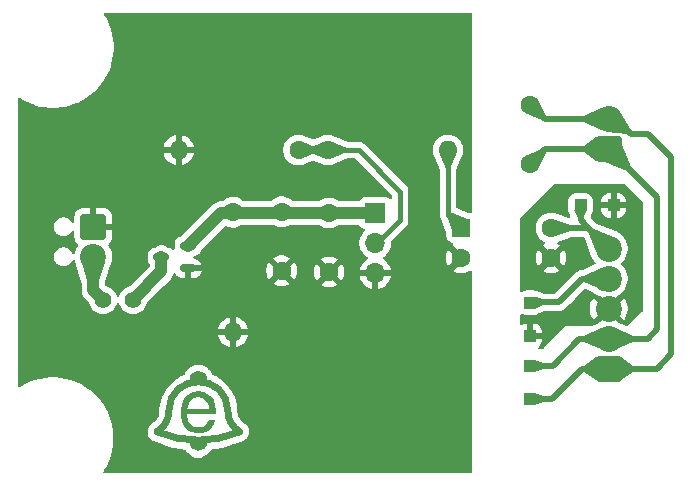
<source format=gtl>
%TF.GenerationSoftware,KiCad,Pcbnew,9.0.1+1*%
%TF.CreationDate,2025-12-31T20:00:15+00:00*%
%TF.ProjectId,WALKIN_PIR_IF,57414c4b-494e-45f5-9049-525f49462e6b,A*%
%TF.SameCoordinates,Original*%
%TF.FileFunction,Copper,L1,Top*%
%TF.FilePolarity,Positive*%
%FSLAX46Y46*%
G04 Gerber Fmt 4.6, Leading zero omitted, Abs format (unit mm)*
G04 Created by KiCad (PCBNEW 9.0.1+1) date 2025-12-31 20:00:15*
%MOMM*%
%LPD*%
G01*
G04 APERTURE LIST*
G04 Aperture macros list*
%AMRoundRect*
0 Rectangle with rounded corners*
0 $1 Rounding radius*
0 $2 $3 $4 $5 $6 $7 $8 $9 X,Y pos of 4 corners*
0 Add a 4 corners polygon primitive as box body*
4,1,4,$2,$3,$4,$5,$6,$7,$8,$9,$2,$3,0*
0 Add four circle primitives for the rounded corners*
1,1,$1+$1,$2,$3*
1,1,$1+$1,$4,$5*
1,1,$1+$1,$6,$7*
1,1,$1+$1,$8,$9*
0 Add four rect primitives between the rounded corners*
20,1,$1+$1,$2,$3,$4,$5,0*
20,1,$1+$1,$4,$5,$6,$7,0*
20,1,$1+$1,$6,$7,$8,$9,0*
20,1,$1+$1,$8,$9,$2,$3,0*%
G04 Aperture macros list end*
%ADD10C,0.625000*%
%TA.AperFunction,EtchedComponent*%
%ADD11C,0.600000*%
%TD*%
%TA.AperFunction,EtchedComponent*%
%ADD12C,0.000000*%
%TD*%
%TA.AperFunction,ComponentPad*%
%ADD13RoundRect,0.249999X0.850001X-0.850001X0.850001X0.850001X-0.850001X0.850001X-0.850001X-0.850001X0*%
%TD*%
%TA.AperFunction,ComponentPad*%
%ADD14C,2.200000*%
%TD*%
%TA.AperFunction,ComponentPad*%
%ADD15C,1.600000*%
%TD*%
%TA.AperFunction,ComponentPad*%
%ADD16RoundRect,0.250000X-0.550000X-0.550000X0.550000X-0.550000X0.550000X0.550000X-0.550000X0.550000X0*%
%TD*%
%TA.AperFunction,SMDPad,CuDef*%
%ADD17RoundRect,0.150000X0.512500X0.150000X-0.512500X0.150000X-0.512500X-0.150000X0.512500X-0.150000X0*%
%TD*%
%TA.AperFunction,SMDPad,CuDef*%
%ADD18RoundRect,0.250000X0.300000X-0.300000X0.300000X0.300000X-0.300000X0.300000X-0.300000X-0.300000X0*%
%TD*%
%TA.AperFunction,ComponentPad*%
%ADD19O,1.600000X1.600000*%
%TD*%
%TA.AperFunction,ComponentPad*%
%ADD20RoundRect,0.249999X-0.850001X0.850001X-0.850001X-0.850001X0.850001X-0.850001X0.850001X0.850001X0*%
%TD*%
%TA.AperFunction,ComponentPad*%
%ADD21C,1.400000*%
%TD*%
%TA.AperFunction,ComponentPad*%
%ADD22R,1.700000X1.700000*%
%TD*%
%TA.AperFunction,ComponentPad*%
%ADD23O,1.700000X1.700000*%
%TD*%
%TA.AperFunction,SMDPad,CuDef*%
%ADD24RoundRect,0.250000X0.300000X0.300000X-0.300000X0.300000X-0.300000X-0.300000X0.300000X-0.300000X0*%
%TD*%
%TA.AperFunction,ViaPad*%
%ADD25C,0.600000*%
%TD*%
%TA.AperFunction,Conductor*%
%ADD26C,1.000000*%
%TD*%
%TA.AperFunction,Conductor*%
%ADD27C,0.500000*%
%TD*%
%TA.AperFunction,Conductor*%
%ADD28C,0.200000*%
%TD*%
%TA.AperFunction,Conductor*%
%ADD29C,0.400000*%
%TD*%
G04 APERTURE END LIST*
D10*
G36*
X138867741Y-109995859D02*
G01*
X139033831Y-110017164D01*
X139192346Y-110054883D01*
X139481476Y-110176327D01*
X139728643Y-110354323D01*
X139928108Y-110583382D01*
X140008194Y-110715421D01*
X140074441Y-110858735D01*
X140079850Y-110872957D01*
X140130997Y-111038743D01*
X140168093Y-111228693D01*
X140197397Y-111530511D01*
X140206607Y-111907819D01*
X137774864Y-111907819D01*
X137783299Y-112085593D01*
X137833622Y-112367834D01*
X137883073Y-112494094D01*
X137951269Y-112612887D01*
X138054394Y-112747540D01*
X138146006Y-112834473D01*
X138247475Y-112906684D01*
X138359112Y-112964290D01*
X138479064Y-113006090D01*
X138608690Y-113031985D01*
X138745088Y-113040709D01*
X138882683Y-113032143D01*
X139117503Y-112968876D01*
X139221235Y-112914378D01*
X139315530Y-112844827D01*
X139403188Y-112756899D01*
X139480273Y-112653064D01*
X139550442Y-112525297D01*
X139608151Y-112379879D01*
X140137364Y-112379879D01*
X140119550Y-112464954D01*
X140012622Y-112774147D01*
X139853257Y-113031803D01*
X139754927Y-113141675D01*
X139644670Y-113238594D01*
X139521751Y-113322875D01*
X139387618Y-113393130D01*
X139239912Y-113449853D01*
X139081551Y-113491143D01*
X138908896Y-113516969D01*
X138726129Y-113525683D01*
X138539752Y-113516452D01*
X138219172Y-113450480D01*
X137941250Y-113325047D01*
X137817233Y-113240343D01*
X137704109Y-113141634D01*
X137600301Y-113026938D01*
X137508482Y-112898449D01*
X137426774Y-112752050D01*
X137358515Y-112591845D01*
X137302425Y-112411961D01*
X137261538Y-112218216D01*
X137235684Y-112003831D01*
X137226967Y-111775653D01*
X137241418Y-111489564D01*
X137243334Y-111479447D01*
X137787504Y-111479447D01*
X139639750Y-111479447D01*
X139616402Y-111232135D01*
X139531438Y-110973461D01*
X139393102Y-110763746D01*
X139209776Y-110607907D01*
X139103468Y-110551575D01*
X138987958Y-110510285D01*
X138864055Y-110484901D01*
X138732449Y-110476250D01*
X138562960Y-110490489D01*
X138440393Y-110520522D01*
X138326243Y-110566392D01*
X138219830Y-110628310D01*
X138123379Y-110705060D01*
X138035782Y-110798094D01*
X137959999Y-110905114D01*
X137895390Y-111028380D01*
X137844675Y-111164687D01*
X137808076Y-111316156D01*
X137787504Y-111479447D01*
X137243334Y-111479447D01*
X137314984Y-111101022D01*
X137443401Y-110770646D01*
X137619615Y-110498152D01*
X137838781Y-110282701D01*
X137963668Y-110196308D01*
X138098524Y-110124391D01*
X138243826Y-110067135D01*
X138398393Y-110025496D01*
X138564242Y-109999709D01*
X138738769Y-109991001D01*
X138867741Y-109995859D01*
G37*
D11*
%TO.C,REF\u002A\u002A*%
X136221405Y-111675000D02*
G75*
G02*
X135224285Y-113393839I-1980031J1D01*
G01*
X136221405Y-111675000D02*
G75*
G02*
X141221405Y-111675000I2500000J0D01*
G01*
X142218525Y-113393839D02*
G75*
G02*
X141221407Y-111675000I982915J1718839D01*
G01*
X142218525Y-113415891D02*
G75*
G02*
X135224285Y-113415891I-3497120J8268836D01*
G01*
D12*
%TA.AperFunction,EtchedComponent*%
G36*
X137971405Y-108997642D02*
G01*
X137971405Y-108997642D01*
G75*
G02*
X139471405Y-108997642I750000J0D01*
G01*
X137971405Y-108997642D01*
G37*
%TD.AperFunction*%
%TA.AperFunction,EtchedComponent*%
G36*
X139471405Y-114277358D02*
G01*
X139471405Y-114277358D01*
G75*
G02*
X137971405Y-114277358I-750000J0D01*
G01*
X139471405Y-114277358D01*
G37*
%TD.AperFunction*%
%TD*%
D13*
%TO.P,J2,1,Pin_1*%
%TO.N,/NTC2*%
X173467500Y-108071101D03*
D14*
%TO.P,J2,2,Pin_2*%
%TO.N,/NTC1*%
X173467500Y-105531101D03*
%TO.P,J2,3,Pin_3*%
%TO.N,/COM*%
X173467500Y-102991101D03*
%TO.P,J2,4,Pin_4*%
%TO.N,/DIN2*%
X173467500Y-100451101D03*
%TO.P,J2,5,Pin_5*%
%TO.N,/DIN1*%
X173467500Y-97911101D03*
%TD*%
D15*
%TO.P,C1,1*%
%TO.N,VDD*%
X145770000Y-94781101D03*
%TO.P,C1,2*%
%TO.N,GND*%
X145770000Y-99781101D03*
%TD*%
%TO.P,C2,1*%
%TO.N,VDD*%
X149790000Y-94881101D03*
%TO.P,C2,2*%
%TO.N,GND*%
X149790000Y-99881101D03*
%TD*%
D16*
%TO.P,U1,1*%
%TO.N,/PIR_SIG*%
X160970000Y-96146101D03*
D15*
%TO.P,U1,2*%
%TO.N,GND*%
X160970000Y-98686101D03*
%TO.P,U1,3*%
%TO.N,/COM*%
X168590000Y-98686101D03*
%TO.P,U1,4*%
%TO.N,/DIN1*%
X168590000Y-96146101D03*
%TD*%
D17*
%TO.P,Q1,1,G*%
%TO.N,GND*%
X137870000Y-99581101D03*
%TO.P,Q1,2,S*%
%TO.N,VDD*%
X137870000Y-97681101D03*
%TO.P,Q1,3,D*%
%TO.N,Net-(JP1-B)*%
X135595000Y-98631101D03*
%TD*%
D18*
%TO.P,D3,1,A1*%
%TO.N,/NTC2*%
X166790000Y-110631101D03*
%TO.P,D3,2,A2*%
%TO.N,/NTC1*%
X166790000Y-107831101D03*
%TD*%
D15*
%TO.P,R2,1*%
%TO.N,Net-(S1-VOUT)*%
X149690000Y-89551101D03*
D19*
%TO.P,R2,2*%
%TO.N,/PIR_SIG*%
X159850000Y-89551101D03*
%TD*%
D20*
%TO.P,J1,1,VBAT+*%
%TO.N,GND*%
X129830000Y-96061101D03*
D14*
%TO.P,J1,2,VBAT-*%
%TO.N,/VBAT*%
X129830000Y-98601101D03*
%TD*%
D21*
%TO.P,JP1,1,A*%
%TO.N,/VBAT*%
X130650000Y-102241101D03*
%TO.P,JP1,2,B*%
%TO.N,Net-(JP1-B)*%
X133190000Y-102241101D03*
%TD*%
D18*
%TO.P,D1,1,A1*%
%TO.N,/COM*%
X166790000Y-105294851D03*
%TO.P,D1,2,A2*%
%TO.N,/DIN2*%
X166790000Y-102494851D03*
%TD*%
D15*
%TO.P,C3,1*%
%TO.N,/NTC1*%
X166840000Y-90721101D03*
%TO.P,C3,2*%
%TO.N,/NTC2*%
X166840000Y-85721101D03*
%TD*%
%TO.P,R1,1*%
%TO.N,VDD*%
X141670000Y-94821101D03*
D19*
%TO.P,R1,2*%
%TO.N,GND*%
X141670000Y-104981101D03*
%TD*%
D13*
%TO.P,J3,1,VBAT-*%
%TO.N,/NTC1*%
X173467500Y-89451101D03*
D14*
%TO.P,J3,2,VBAT+*%
%TO.N,/NTC2*%
X173467500Y-86911101D03*
%TD*%
D22*
%TO.P,S1,1,VCC*%
%TO.N,VDD*%
X153700000Y-94896101D03*
D23*
%TO.P,S1,2,VOUT*%
%TO.N,Net-(S1-VOUT)*%
X153700000Y-97436101D03*
%TO.P,S1,3,GND*%
%TO.N,GND*%
X153700000Y-99976101D03*
%TD*%
D24*
%TO.P,D2,1,A1*%
%TO.N,/COM*%
X173877500Y-94241101D03*
%TO.P,D2,2,A2*%
%TO.N,/DIN1*%
X171077500Y-94241101D03*
%TD*%
D15*
%TO.P,R3,1*%
%TO.N,Net-(S1-VOUT)*%
X147210000Y-89551101D03*
D19*
%TO.P,R3,2*%
%TO.N,GND*%
X137050000Y-89551101D03*
%TD*%
D25*
%TO.N,GND*%
X136890000Y-102731101D03*
%TO.N,/COM*%
X168830000Y-104371101D03*
X175660000Y-95091101D03*
%TD*%
D26*
%TO.N,VDD*%
X140655000Y-94896101D02*
X137870000Y-97681101D01*
X153700000Y-94896101D02*
X140655000Y-94896101D01*
D27*
%TO.N,/NTC2*%
X178740000Y-106861101D02*
X178740000Y-90171101D01*
X173467500Y-86911101D02*
X174070000Y-86911101D01*
X175390000Y-88231101D02*
X176800000Y-88231101D01*
X168630000Y-110631101D02*
X166790000Y-110631101D01*
X168030000Y-86911101D02*
X166840000Y-85721101D01*
X177530000Y-108071101D02*
X178740000Y-106861101D01*
X171190000Y-108071101D02*
X168630000Y-110631101D01*
X173467500Y-86911101D02*
X168030000Y-86911101D01*
X174070000Y-86911101D02*
X175390000Y-88231101D01*
X173467500Y-108071101D02*
X177530000Y-108071101D01*
X173467500Y-108071101D02*
X171190000Y-108071101D01*
X176800000Y-88231101D02*
X178740000Y-90171101D01*
%TO.N,/NTC1*%
X173417500Y-105581101D02*
X170970000Y-105581101D01*
X176770000Y-105531101D02*
X173467500Y-105531101D01*
D28*
X173467500Y-89451101D02*
X174610000Y-89451101D01*
D27*
X170970000Y-105581101D02*
X168720000Y-107831101D01*
X168110000Y-89451101D02*
X166840000Y-90721101D01*
X177560000Y-93603601D02*
X177560000Y-104741101D01*
X177560000Y-104741101D02*
X176770000Y-105531101D01*
D28*
X173467500Y-105531101D02*
X173417500Y-105581101D01*
D27*
X173467500Y-89451101D02*
X168110000Y-89451101D01*
X177590000Y-93573601D02*
X173467500Y-89451101D01*
X168720000Y-107831101D02*
X166790000Y-107831101D01*
D26*
%TO.N,/COM*%
X173780000Y-102991101D02*
X173467500Y-102991101D01*
D28*
X173467500Y-102991101D02*
X172895000Y-102991101D01*
D27*
%TO.N,/DIN2*%
X169230000Y-102461101D02*
X166823750Y-102461101D01*
D28*
X173940000Y-100451101D02*
X173467500Y-100451101D01*
X166823750Y-102461101D02*
X166790000Y-102494851D01*
D27*
X171240000Y-100451101D02*
X169230000Y-102461101D01*
D26*
X173467500Y-100451101D02*
X172967500Y-100951101D01*
D27*
X173467500Y-100451101D02*
X171240000Y-100451101D01*
%TO.N,/DIN1*%
X171077500Y-94241101D02*
X171077500Y-95521101D01*
X172118750Y-96562351D02*
X171702500Y-96146101D01*
X173467500Y-97911101D02*
X172118750Y-96562351D01*
X171077500Y-95521101D02*
X172118750Y-96562351D01*
X171702500Y-96146101D02*
X168590000Y-96146101D01*
D26*
%TO.N,/VBAT*%
X129830000Y-101421101D02*
X130650000Y-102241101D01*
X129830000Y-98601101D02*
X129830000Y-101421101D01*
D29*
%TO.N,/PIR_SIG*%
X159850000Y-95026101D02*
X160970000Y-96146101D01*
X159850000Y-89551101D02*
X159850000Y-95026101D01*
%TO.N,Net-(S1-VOUT)*%
X152290000Y-89551101D02*
X155810000Y-93071101D01*
X155810000Y-93071101D02*
X155810000Y-95491101D01*
X155810000Y-95491101D02*
X153865000Y-97436101D01*
X149690000Y-89551101D02*
X152290000Y-89551101D01*
X149690000Y-89551101D02*
X147210000Y-89551101D01*
X153865000Y-97436101D02*
X153700000Y-97436101D01*
D26*
%TO.N,Net-(JP1-B)*%
X135595000Y-98631101D02*
X135595000Y-99836101D01*
X135595000Y-99836101D02*
X133190000Y-102241101D01*
D28*
X135565000Y-98601101D02*
X135595000Y-98631101D01*
%TD*%
%TA.AperFunction,Conductor*%
%TO.N,/NTC1*%
G36*
X174566529Y-89140724D02*
G01*
X174571575Y-89146296D01*
X175001468Y-90138656D01*
X175181905Y-90555176D01*
X175374998Y-91000908D01*
X175375142Y-91009862D01*
X175372535Y-91013832D01*
X175030231Y-91356136D01*
X175021958Y-91359563D01*
X175017308Y-91358599D01*
X174155055Y-90985069D01*
X173162695Y-90555176D01*
X173156466Y-90548743D01*
X173156094Y-90541237D01*
X173465009Y-89456656D01*
X173470571Y-89449639D01*
X173473054Y-89448610D01*
X174557635Y-89139695D01*
X174566529Y-89140724D01*
G37*
%TD.AperFunction*%
%TD*%
%TA.AperFunction,Conductor*%
%TO.N,Net-(S1-VOUT)*%
G36*
X149859189Y-88771841D02*
G01*
X151267359Y-89348126D01*
X151273718Y-89354431D01*
X151274628Y-89358954D01*
X151274628Y-89743247D01*
X151271201Y-89751520D01*
X151267359Y-89754075D01*
X149859192Y-90330359D01*
X149850238Y-90330321D01*
X149843933Y-90323962D01*
X149843289Y-90321828D01*
X149689459Y-89553393D01*
X149689459Y-89548808D01*
X149843289Y-88780372D01*
X149848273Y-88772934D01*
X149857058Y-88771198D01*
X149859189Y-88771841D01*
G37*
%TD.AperFunction*%
%TD*%
%TA.AperFunction,Conductor*%
%TO.N,/NTC1*%
G36*
X174087659Y-104620573D02*
G01*
X175539490Y-105277988D01*
X175545613Y-105284522D01*
X175546364Y-105288646D01*
X175546364Y-105773555D01*
X175542937Y-105781828D01*
X175539490Y-105784213D01*
X174087660Y-106441627D01*
X174078710Y-106441918D01*
X174073112Y-106437477D01*
X173470854Y-105537607D01*
X173469101Y-105528827D01*
X173470853Y-105524595D01*
X174073113Y-104624722D01*
X174080560Y-104619755D01*
X174087659Y-104620573D01*
G37*
%TD.AperFunction*%
%TD*%
%TA.AperFunction,Conductor*%
%TO.N,/NTC2*%
G36*
X174520047Y-107076700D02*
G01*
X175562577Y-107817603D01*
X175567335Y-107825189D01*
X175567499Y-107827140D01*
X175567499Y-108315061D01*
X175564072Y-108323334D01*
X175562577Y-108324598D01*
X174520047Y-109065501D01*
X174511318Y-109067500D01*
X174505183Y-109064420D01*
X173475342Y-108079557D01*
X173471731Y-108071362D01*
X173474972Y-108063015D01*
X173475342Y-108062645D01*
X173721602Y-107827140D01*
X174505184Y-107077780D01*
X174513530Y-107074540D01*
X174520047Y-107076700D01*
G37*
%TD.AperFunction*%
%TD*%
%TA.AperFunction,Conductor*%
%TO.N,/PIR_SIG*%
G36*
X160052229Y-94783170D02*
G01*
X161336518Y-95341293D01*
X161342739Y-95347733D01*
X161342585Y-95356686D01*
X161342437Y-95357012D01*
X160972069Y-96142709D01*
X160965442Y-96148731D01*
X160965427Y-96148736D01*
X160181448Y-96429221D01*
X160172504Y-96428782D01*
X160166491Y-96422146D01*
X160166356Y-96421748D01*
X159654792Y-94797417D01*
X159655576Y-94788496D01*
X159662437Y-94782742D01*
X159665952Y-94782202D01*
X160047567Y-94782202D01*
X160052229Y-94783170D01*
G37*
%TD.AperFunction*%
%TD*%
%TA.AperFunction,Conductor*%
%TO.N,/NTC1*%
G36*
X172862046Y-104624960D02*
G01*
X173464144Y-105524593D01*
X173465898Y-105533375D01*
X173464144Y-105537609D01*
X172861730Y-106437713D01*
X172854281Y-106442682D01*
X172847488Y-106441997D01*
X171395817Y-105834108D01*
X171389509Y-105827752D01*
X171388636Y-105823316D01*
X171388636Y-105338417D01*
X171392063Y-105330144D01*
X171395212Y-105327898D01*
X172847202Y-104620948D01*
X172856140Y-104620408D01*
X172862046Y-104624960D01*
G37*
%TD.AperFunction*%
%TD*%
%TA.AperFunction,Conductor*%
%TO.N,/NTC1*%
G36*
X167194005Y-107303455D02*
G01*
X167882636Y-107578163D01*
X167889050Y-107584410D01*
X167890000Y-107589029D01*
X167890000Y-108073172D01*
X167886573Y-108081445D01*
X167882635Y-108084039D01*
X167194007Y-108358745D01*
X167185053Y-108358628D01*
X167180299Y-108354880D01*
X166975767Y-108081101D01*
X166794229Y-107838101D01*
X166792024Y-107829425D01*
X166794228Y-107824101D01*
X167180300Y-107307320D01*
X167187996Y-107302744D01*
X167194005Y-107303455D01*
G37*
%TD.AperFunction*%
%TD*%
%TA.AperFunction,Conductor*%
%TO.N,VDD*%
G36*
X149802802Y-94413153D02*
G01*
X149805372Y-94420469D01*
X149805372Y-95378028D01*
X149801945Y-95386301D01*
X149793672Y-95389728D01*
X149788883Y-95388703D01*
X149022835Y-95045008D01*
X149016689Y-95038495D01*
X149016949Y-95029544D01*
X149020305Y-95025206D01*
X149786356Y-94411338D01*
X149794955Y-94408840D01*
X149802802Y-94413153D01*
G37*
%TD.AperFunction*%
%TD*%
%TA.AperFunction,Conductor*%
%TO.N,VDD*%
G36*
X145783364Y-94411584D02*
G01*
X145785372Y-94418139D01*
X145785372Y-95375900D01*
X145781945Y-95384173D01*
X145773672Y-95387600D01*
X145767850Y-95386049D01*
X145001641Y-94946506D01*
X144996170Y-94939417D01*
X144997314Y-94930535D01*
X145000907Y-94926666D01*
X145767118Y-94408446D01*
X145775890Y-94406651D01*
X145783364Y-94411584D01*
G37*
%TD.AperFunction*%
%TD*%
%TA.AperFunction,Conductor*%
%TO.N,/VBAT*%
G36*
X130820146Y-99002093D02*
G01*
X130826523Y-99008381D01*
X130826956Y-99016283D01*
X130332495Y-100671614D01*
X130326843Y-100678560D01*
X130321284Y-100679965D01*
X129338716Y-100679965D01*
X129330443Y-100676538D01*
X129327505Y-100671614D01*
X128833043Y-99016281D01*
X128833959Y-99007375D01*
X128839851Y-99002094D01*
X129825601Y-98601887D01*
X129834399Y-98601887D01*
X130820146Y-99002093D01*
G37*
%TD.AperFunction*%
%TD*%
%TA.AperFunction,Conductor*%
%TO.N,/NTC2*%
G36*
X174395065Y-86326024D02*
G01*
X174395118Y-86326107D01*
X175348573Y-87833216D01*
X175350101Y-87842039D01*
X175346959Y-87847744D01*
X175004046Y-88190657D01*
X174995773Y-88194084D01*
X174994379Y-88194001D01*
X173306186Y-87991414D01*
X173298380Y-87987025D01*
X173295963Y-87978403D01*
X173296019Y-87978005D01*
X173465968Y-86915549D01*
X173470658Y-86907922D01*
X173471167Y-86907574D01*
X174378895Y-86322527D01*
X174387703Y-86320926D01*
X174395065Y-86326024D01*
G37*
%TD.AperFunction*%
%TD*%
%TA.AperFunction,Conductor*%
%TO.N,/DIN1*%
G36*
X172181356Y-96267004D02*
G01*
X173672818Y-96828741D01*
X173679352Y-96834864D01*
X173680171Y-96841964D01*
X173469728Y-97904126D01*
X173464759Y-97911575D01*
X173460525Y-97913329D01*
X172398363Y-98123772D01*
X172389581Y-98122018D01*
X172385140Y-98116419D01*
X172308649Y-97913329D01*
X171823404Y-96624958D01*
X171823695Y-96616010D01*
X171826077Y-96612566D01*
X172168963Y-96269680D01*
X172177235Y-96266254D01*
X172181356Y-96267004D01*
G37*
%TD.AperFunction*%
%TD*%
%TA.AperFunction,Conductor*%
%TO.N,/NTC2*%
G36*
X172861888Y-86004724D02*
G01*
X173464144Y-86904593D01*
X173465898Y-86913375D01*
X173464144Y-86917609D01*
X172861888Y-87817477D01*
X172854439Y-87822446D01*
X172847339Y-87821627D01*
X171395510Y-87164213D01*
X171389387Y-87157679D01*
X171388636Y-87153555D01*
X171388636Y-86668646D01*
X171392063Y-86660373D01*
X171395508Y-86657988D01*
X172847340Y-86000573D01*
X172856289Y-86000283D01*
X172861888Y-86004724D01*
G37*
%TD.AperFunction*%
%TD*%
%TA.AperFunction,Conductor*%
%TO.N,/NTC2*%
G36*
X167194005Y-110103455D02*
G01*
X167882636Y-110378163D01*
X167889050Y-110384410D01*
X167890000Y-110389029D01*
X167890000Y-110873172D01*
X167886573Y-110881445D01*
X167882635Y-110884039D01*
X167194007Y-111158745D01*
X167185053Y-111158628D01*
X167180299Y-111154880D01*
X166975767Y-110881101D01*
X166794229Y-110638101D01*
X166792024Y-110629425D01*
X166794228Y-110624101D01*
X167180300Y-110107320D01*
X167187996Y-110102744D01*
X167194005Y-110103455D01*
G37*
%TD.AperFunction*%
%TD*%
%TA.AperFunction,Conductor*%
%TO.N,/NTC1*%
G36*
X174566335Y-88616780D02*
G01*
X174568755Y-88623268D01*
X174609981Y-89350765D01*
X174610000Y-89351427D01*
X174610000Y-89550774D01*
X174609981Y-89551436D01*
X174568756Y-90278934D01*
X174564867Y-90287000D01*
X174556413Y-90289953D01*
X174549925Y-90287533D01*
X173596029Y-89551101D01*
X173478494Y-89460361D01*
X173474041Y-89452594D01*
X173476384Y-89443951D01*
X173478492Y-89441842D01*
X174549924Y-88614668D01*
X174558567Y-88612326D01*
X174566335Y-88616780D01*
G37*
%TD.AperFunction*%
%TD*%
%TA.AperFunction,Conductor*%
%TO.N,/NTC2*%
G36*
X172429816Y-107077781D02*
G01*
X173459657Y-108062645D01*
X173463268Y-108070840D01*
X173460027Y-108079187D01*
X173459657Y-108079557D01*
X172429816Y-109064420D01*
X172421469Y-109067661D01*
X172414952Y-109065501D01*
X171372423Y-108324598D01*
X171367665Y-108317012D01*
X171367501Y-108315061D01*
X171367501Y-107827140D01*
X171370928Y-107818867D01*
X171372423Y-107817603D01*
X172414952Y-107076699D01*
X172423681Y-107074701D01*
X172429816Y-107077781D01*
G37*
%TD.AperFunction*%
%TD*%
%TA.AperFunction,Conductor*%
%TO.N,/NTC1*%
G36*
X167789461Y-89429560D02*
G01*
X168131540Y-89771639D01*
X168134967Y-89779912D01*
X168133915Y-89784761D01*
X167510872Y-91153046D01*
X167504325Y-91159155D01*
X167495375Y-91158845D01*
X167493736Y-91157933D01*
X166841242Y-90723106D01*
X166837994Y-90719858D01*
X166403167Y-90067364D01*
X166401431Y-90058579D01*
X166406415Y-90051140D01*
X166408047Y-90050231D01*
X167776340Y-89427184D01*
X167785289Y-89426875D01*
X167789461Y-89429560D01*
G37*
%TD.AperFunction*%
%TD*%
%TA.AperFunction,Conductor*%
%TO.N,Net-(S1-VOUT)*%
G36*
X149529761Y-88771880D02*
G01*
X149536066Y-88778239D01*
X149536710Y-88780373D01*
X149690540Y-89548804D01*
X149690540Y-89553398D01*
X149536710Y-90321828D01*
X149531726Y-90329267D01*
X149522941Y-90331003D01*
X149520807Y-90330359D01*
X148112641Y-89754075D01*
X148106282Y-89747770D01*
X148105372Y-89743247D01*
X148105372Y-89358954D01*
X148108799Y-89350681D01*
X148112640Y-89348126D01*
X149520808Y-88771842D01*
X149529761Y-88771880D01*
G37*
%TD.AperFunction*%
%TD*%
%TA.AperFunction,Conductor*%
%TO.N,/DIN1*%
G36*
X171084499Y-94245329D02*
G01*
X171524454Y-94574006D01*
X171601279Y-94631400D01*
X171605856Y-94639097D01*
X171605144Y-94645108D01*
X171330438Y-95333736D01*
X171324190Y-95340151D01*
X171319571Y-95341101D01*
X170835429Y-95341101D01*
X170827156Y-95337674D01*
X170824562Y-95333736D01*
X170549855Y-94645108D01*
X170549972Y-94636154D01*
X170553718Y-94631401D01*
X171070499Y-94245330D01*
X171079176Y-94243125D01*
X171084499Y-94245329D01*
G37*
%TD.AperFunction*%
%TD*%
%TA.AperFunction,Conductor*%
%TO.N,/NTC2*%
G36*
X167509960Y-85287516D02*
G01*
X167510872Y-85289155D01*
X168133915Y-86657440D01*
X168134225Y-86666390D01*
X168131540Y-86670562D01*
X167789461Y-87012641D01*
X167781188Y-87016068D01*
X167776339Y-87015016D01*
X166408054Y-86391973D01*
X166401945Y-86385426D01*
X166402255Y-86376476D01*
X166403163Y-86374843D01*
X166837994Y-85722342D01*
X166841242Y-85719095D01*
X167493737Y-85284267D01*
X167502521Y-85282532D01*
X167509960Y-85287516D01*
G37*
%TD.AperFunction*%
%TD*%
%TA.AperFunction,Conductor*%
%TO.N,/DIN2*%
G36*
X167193776Y-101966726D02*
G01*
X167365198Y-102026895D01*
X167882175Y-102208354D01*
X167888846Y-102214328D01*
X167890000Y-102219394D01*
X167890000Y-102703514D01*
X167886573Y-102711787D01*
X167883073Y-102714196D01*
X167194215Y-103022003D01*
X167185264Y-103022250D01*
X167180069Y-103018323D01*
X166794229Y-102501851D01*
X166792024Y-102493175D01*
X166794228Y-102487851D01*
X167180529Y-101970763D01*
X167188225Y-101966187D01*
X167193776Y-101966726D01*
G37*
%TD.AperFunction*%
%TD*%
%TA.AperFunction,Conductor*%
%TO.N,VDD*%
G36*
X141683138Y-94412183D02*
G01*
X141685372Y-94419059D01*
X141685372Y-95376766D01*
X141681945Y-95385039D01*
X141673672Y-95388466D01*
X141668244Y-95387131D01*
X140902078Y-94985921D01*
X140896339Y-94979047D01*
X140897141Y-94970128D01*
X140900628Y-94966091D01*
X141666797Y-94409592D01*
X141675504Y-94407503D01*
X141683138Y-94412183D01*
G37*
%TD.AperFunction*%
%TD*%
%TA.AperFunction,Conductor*%
%TO.N,Net-(S1-VOUT)*%
G36*
X147379189Y-88771841D02*
G01*
X148787359Y-89348126D01*
X148793718Y-89354431D01*
X148794628Y-89358954D01*
X148794628Y-89743247D01*
X148791201Y-89751520D01*
X148787359Y-89754075D01*
X147379192Y-90330359D01*
X147370238Y-90330321D01*
X147363933Y-90323962D01*
X147363289Y-90321828D01*
X147209459Y-89553393D01*
X147209459Y-89548808D01*
X147363289Y-88780372D01*
X147368273Y-88772934D01*
X147377058Y-88771198D01*
X147379189Y-88771841D01*
G37*
%TD.AperFunction*%
%TD*%
%TA.AperFunction,Conductor*%
%TO.N,/DIN1*%
G36*
X168758946Y-95366291D02*
G01*
X170167029Y-95893257D01*
X170173576Y-95899366D01*
X170174628Y-95904215D01*
X170174628Y-96387986D01*
X170171201Y-96396259D01*
X170167029Y-96398944D01*
X168758946Y-96925910D01*
X168749996Y-96925600D01*
X168743887Y-96919053D01*
X168743373Y-96917249D01*
X168589459Y-96148393D01*
X168589459Y-96143808D01*
X168743373Y-95374950D01*
X168748357Y-95367513D01*
X168757142Y-95365777D01*
X168758946Y-95366291D01*
G37*
%TD.AperFunction*%
%TD*%
%TA.AperFunction,Conductor*%
%TO.N,/DIN2*%
G36*
X172861888Y-99544724D02*
G01*
X173464144Y-100444593D01*
X173465898Y-100453375D01*
X173464144Y-100457609D01*
X172861888Y-101357477D01*
X172854439Y-101362446D01*
X172847339Y-101361627D01*
X171395510Y-100704213D01*
X171389387Y-100697679D01*
X171388636Y-100693555D01*
X171388636Y-100208646D01*
X171392063Y-100200373D01*
X171395508Y-100197988D01*
X172847340Y-99540573D01*
X172856289Y-99540283D01*
X172861888Y-99544724D01*
G37*
%TD.AperFunction*%
%TD*%
%TA.AperFunction,Conductor*%
%TO.N,/PIR_SIG*%
G36*
X160620727Y-89704390D02*
G01*
X160628166Y-89709374D01*
X160629902Y-89718159D01*
X160629258Y-89720293D01*
X160052975Y-91128460D01*
X160046670Y-91134819D01*
X160042147Y-91135729D01*
X159657853Y-91135729D01*
X159649580Y-91132302D01*
X159647025Y-91128460D01*
X159070741Y-89720293D01*
X159070779Y-89711339D01*
X159077138Y-89705034D01*
X159079267Y-89704391D01*
X159847707Y-89550560D01*
X159852293Y-89550560D01*
X160620727Y-89704390D01*
G37*
%TD.AperFunction*%
%TD*%
%TA.AperFunction,Conductor*%
%TO.N,/NTC1*%
G36*
X172429816Y-88457781D02*
G01*
X173459657Y-89442645D01*
X173463268Y-89450840D01*
X173460027Y-89459187D01*
X173459657Y-89459557D01*
X172429816Y-90444420D01*
X172421469Y-90447661D01*
X172414952Y-90445501D01*
X171372423Y-89704598D01*
X171367665Y-89697012D01*
X171367501Y-89695061D01*
X171367501Y-89207140D01*
X171370928Y-89198867D01*
X171372423Y-89197603D01*
X172414952Y-88456699D01*
X172423681Y-88454701D01*
X172429816Y-88457781D01*
G37*
%TD.AperFunction*%
%TD*%
%TA.AperFunction,Conductor*%
%TO.N,/COM*%
G36*
X171533194Y-101321785D02*
G01*
X171541006Y-101325006D01*
X172224920Y-101634694D01*
X172261447Y-101659968D01*
X172305082Y-101703603D01*
X172329720Y-101728241D01*
X172493579Y-101837728D01*
X172493583Y-101837730D01*
X172493586Y-101837732D01*
X172675664Y-101913152D01*
X172722958Y-101922559D01*
X172784867Y-101954943D01*
X172786447Y-101956495D01*
X173297265Y-102467313D01*
X173255208Y-102478583D01*
X173129792Y-102550991D01*
X173027390Y-102653393D01*
X172954982Y-102778809D01*
X172943712Y-102820866D01*
X172173248Y-102050401D01*
X172173247Y-102050402D01*
X172099059Y-102152514D01*
X171984719Y-102376916D01*
X171906897Y-102616431D01*
X171867500Y-102865172D01*
X171867500Y-103117029D01*
X171906897Y-103365770D01*
X171984719Y-103605285D01*
X172099057Y-103829684D01*
X172173248Y-103931798D01*
X172173248Y-103931799D01*
X172943712Y-103161335D01*
X172954982Y-103203393D01*
X173027390Y-103328809D01*
X173129792Y-103431211D01*
X173255208Y-103503619D01*
X173297265Y-103514888D01*
X172685904Y-104126248D01*
X172659012Y-104146644D01*
X172656757Y-104147912D01*
X172628655Y-104162231D01*
X172619587Y-104168818D01*
X172613304Y-104172353D01*
X172611963Y-104172662D01*
X172606797Y-104175764D01*
X172087527Y-104428589D01*
X172033245Y-104441101D01*
X169819999Y-104441101D01*
X168010000Y-106251100D01*
X168010000Y-106297101D01*
X167990315Y-106364140D01*
X167937511Y-106409895D01*
X167886000Y-106421101D01*
X167616316Y-106421101D01*
X167549277Y-106401416D01*
X167503522Y-106348612D01*
X167493578Y-106279454D01*
X167522603Y-106215898D01*
X167551221Y-106191561D01*
X167558344Y-106187167D01*
X167682315Y-106063196D01*
X167774356Y-105913975D01*
X167774358Y-105913970D01*
X167829505Y-105747548D01*
X167829506Y-105747541D01*
X167839999Y-105644837D01*
X167840000Y-105644824D01*
X167840000Y-105544851D01*
X166914000Y-105544851D01*
X166846961Y-105525166D01*
X166801206Y-105472362D01*
X166790000Y-105420851D01*
X166790000Y-105294851D01*
X166664000Y-105294851D01*
X166596961Y-105275166D01*
X166551206Y-105222362D01*
X166540000Y-105170851D01*
X166540000Y-105044851D01*
X167040000Y-105044851D01*
X167839999Y-105044851D01*
X167839999Y-104944879D01*
X167839998Y-104944864D01*
X167829505Y-104842153D01*
X167774358Y-104675731D01*
X167774356Y-104675726D01*
X167682315Y-104526505D01*
X167558345Y-104402535D01*
X167409124Y-104310494D01*
X167409119Y-104310492D01*
X167242697Y-104255345D01*
X167242690Y-104255344D01*
X167139986Y-104244851D01*
X167040000Y-104244851D01*
X167040000Y-105044851D01*
X166540000Y-105044851D01*
X166540000Y-104244850D01*
X166440028Y-104244851D01*
X166440012Y-104244852D01*
X166337302Y-104255345D01*
X166170880Y-104310492D01*
X166170871Y-104310496D01*
X166129096Y-104336264D01*
X166061704Y-104354704D01*
X165995040Y-104333781D01*
X165950271Y-104280139D01*
X165940000Y-104230725D01*
X165940000Y-103559563D01*
X165959685Y-103492524D01*
X166012489Y-103446769D01*
X166081647Y-103436825D01*
X166129094Y-103454023D01*
X166170666Y-103479665D01*
X166337203Y-103534850D01*
X166439991Y-103545351D01*
X167140008Y-103545350D01*
X167140016Y-103545349D01*
X167140019Y-103545349D01*
X167163896Y-103542909D01*
X167242797Y-103534850D01*
X167380876Y-103489094D01*
X167400440Y-103483524D01*
X167408318Y-103480002D01*
X167409311Y-103479674D01*
X167409321Y-103479669D01*
X167409334Y-103479665D01*
X167409345Y-103479657D01*
X167414392Y-103477306D01*
X167416109Y-103476522D01*
X167984848Y-103222389D01*
X168035435Y-103211601D01*
X169303920Y-103211601D01*
X169401462Y-103192197D01*
X169448913Y-103182759D01*
X169585495Y-103126185D01*
X169634729Y-103093287D01*
X169679296Y-103063510D01*
X169708415Y-103044054D01*
X169708416Y-103044053D01*
X170201478Y-102550991D01*
X170607626Y-102144842D01*
X171402182Y-101350284D01*
X171463503Y-101316801D01*
X171533194Y-101321785D01*
G37*
%TD.AperFunction*%
%TA.AperFunction,Conductor*%
G36*
X174875677Y-92460786D02*
G01*
X174896319Y-92477420D01*
X176313681Y-93894782D01*
X176347166Y-93956105D01*
X176350000Y-93982463D01*
X176350000Y-103139739D01*
X176330315Y-103206778D01*
X176313681Y-103227420D01*
X175136319Y-104404782D01*
X175109391Y-104419485D01*
X175083573Y-104436078D01*
X175077372Y-104436969D01*
X175074996Y-104438267D01*
X175048638Y-104441101D01*
X174943540Y-104441101D01*
X174892391Y-104430060D01*
X174628342Y-104310494D01*
X174326831Y-104173964D01*
X174310634Y-104164545D01*
X174310494Y-104164774D01*
X174306338Y-104162227D01*
X174280479Y-104149051D01*
X174249094Y-104126248D01*
X173637734Y-103514888D01*
X173679792Y-103503619D01*
X173805208Y-103431211D01*
X173907610Y-103328809D01*
X173980018Y-103203393D01*
X173991287Y-103161335D01*
X174761750Y-103931799D01*
X174761750Y-103931798D01*
X174835942Y-103829682D01*
X174835946Y-103829676D01*
X174950280Y-103605285D01*
X175028102Y-103365770D01*
X175067500Y-103117029D01*
X175067500Y-102865172D01*
X175028102Y-102616431D01*
X174950280Y-102376916D01*
X174835942Y-102152517D01*
X174761750Y-102050402D01*
X174761750Y-102050401D01*
X173991287Y-102820865D01*
X173980018Y-102778809D01*
X173907610Y-102653393D01*
X173805208Y-102550991D01*
X173679792Y-102478583D01*
X173637732Y-102467313D01*
X174249094Y-101855952D01*
X174280475Y-101833152D01*
X174306345Y-101819971D01*
X174510156Y-101671894D01*
X174688293Y-101493757D01*
X174836370Y-101289946D01*
X174950741Y-101065480D01*
X175028590Y-100825886D01*
X175068000Y-100577063D01*
X175068000Y-100325139D01*
X175028590Y-100076316D01*
X174950741Y-99836722D01*
X174950739Y-99836719D01*
X174950739Y-99836717D01*
X174896080Y-99729443D01*
X174836370Y-99612256D01*
X174690892Y-99412022D01*
X174688298Y-99408451D01*
X174688294Y-99408446D01*
X174548630Y-99268782D01*
X174515145Y-99207459D01*
X174520129Y-99137767D01*
X174548630Y-99093420D01*
X174605844Y-99036206D01*
X174688293Y-98953757D01*
X174836370Y-98749946D01*
X174950741Y-98525480D01*
X175028590Y-98285886D01*
X175068000Y-98037063D01*
X175068000Y-97785139D01*
X175028590Y-97536316D01*
X174950741Y-97296722D01*
X174950739Y-97296719D01*
X174950739Y-97296717D01*
X174909247Y-97215285D01*
X174836370Y-97072256D01*
X174779020Y-96993320D01*
X174688298Y-96868451D01*
X174688294Y-96868446D01*
X174510154Y-96690306D01*
X174510149Y-96690302D01*
X174306348Y-96542233D01*
X174306347Y-96542232D01*
X174306345Y-96542231D01*
X174081879Y-96427860D01*
X173842285Y-96350011D01*
X173842282Y-96350010D01*
X173837541Y-96348872D01*
X173837603Y-96348611D01*
X173819499Y-96343820D01*
X172468287Y-95834906D01*
X172424312Y-95806545D01*
X171954341Y-95336574D01*
X171920856Y-95275251D01*
X171925840Y-95205559D01*
X171926848Y-95202948D01*
X172074664Y-94832409D01*
X172082030Y-94803404D01*
X172083631Y-94797097D01*
X172086103Y-94788641D01*
X172117499Y-94693898D01*
X172128000Y-94591110D01*
X172128000Y-94591087D01*
X172827501Y-94591087D01*
X172837994Y-94693798D01*
X172893141Y-94860220D01*
X172893143Y-94860225D01*
X172985184Y-95009446D01*
X173109154Y-95133416D01*
X173258375Y-95225457D01*
X173258380Y-95225459D01*
X173424802Y-95280606D01*
X173424809Y-95280607D01*
X173527519Y-95291100D01*
X174127500Y-95291100D01*
X174227472Y-95291100D01*
X174227486Y-95291099D01*
X174330197Y-95280606D01*
X174496619Y-95225459D01*
X174496624Y-95225457D01*
X174645845Y-95133416D01*
X174769815Y-95009446D01*
X174861856Y-94860225D01*
X174861858Y-94860220D01*
X174917005Y-94693798D01*
X174917006Y-94693791D01*
X174927499Y-94591087D01*
X174927500Y-94591074D01*
X174927500Y-94491101D01*
X174127500Y-94491101D01*
X174127500Y-95291100D01*
X173527519Y-95291100D01*
X173627500Y-95291099D01*
X173627500Y-94491101D01*
X172827501Y-94491101D01*
X172827501Y-94591087D01*
X172128000Y-94591087D01*
X172127999Y-94238685D01*
X172127999Y-93891114D01*
X172827500Y-93891114D01*
X172827500Y-93991101D01*
X173627500Y-93991101D01*
X174127500Y-93991101D01*
X174927499Y-93991101D01*
X174927499Y-93891129D01*
X174927498Y-93891114D01*
X174917005Y-93788403D01*
X174861858Y-93621981D01*
X174861856Y-93621976D01*
X174769815Y-93472755D01*
X174645845Y-93348785D01*
X174496624Y-93256744D01*
X174496619Y-93256742D01*
X174330197Y-93201595D01*
X174330190Y-93201594D01*
X174227486Y-93191101D01*
X174127500Y-93191101D01*
X174127500Y-93991101D01*
X173627500Y-93991101D01*
X173627500Y-93191100D01*
X173527528Y-93191101D01*
X173527512Y-93191102D01*
X173424802Y-93201595D01*
X173258380Y-93256742D01*
X173258375Y-93256744D01*
X173109154Y-93348785D01*
X172985184Y-93472755D01*
X172893143Y-93621976D01*
X172893141Y-93621981D01*
X172837994Y-93788403D01*
X172837993Y-93788410D01*
X172827500Y-93891114D01*
X172127999Y-93891114D01*
X172127999Y-93891099D01*
X172127998Y-93891081D01*
X172117499Y-93788304D01*
X172117498Y-93788301D01*
X172062314Y-93621767D01*
X171970212Y-93472445D01*
X171846156Y-93348389D01*
X171696834Y-93256287D01*
X171530297Y-93201102D01*
X171530295Y-93201101D01*
X171427510Y-93190601D01*
X170727498Y-93190601D01*
X170727480Y-93190602D01*
X170624703Y-93201101D01*
X170624700Y-93201102D01*
X170458168Y-93256286D01*
X170458163Y-93256288D01*
X170308842Y-93348390D01*
X170184789Y-93472443D01*
X170092687Y-93621764D01*
X170092685Y-93621769D01*
X170092615Y-93621981D01*
X170037501Y-93788304D01*
X170037501Y-93788305D01*
X170037500Y-93788305D01*
X170027000Y-93891084D01*
X170027000Y-94591102D01*
X170027001Y-94591120D01*
X170037500Y-94693897D01*
X170037502Y-94693904D01*
X170070502Y-94793492D01*
X170073335Y-94803404D01*
X170080334Y-94832408D01*
X170205640Y-95146519D01*
X170212196Y-95216080D01*
X170180104Y-95278144D01*
X170119553Y-95313004D01*
X170049766Y-95309594D01*
X170047004Y-95308598D01*
X169164333Y-94978263D01*
X169151502Y-94972615D01*
X169089214Y-94940878D01*
X168929359Y-94888939D01*
X168894534Y-94877624D01*
X168894532Y-94877623D01*
X168894530Y-94877623D01*
X168831609Y-94867657D01*
X168829964Y-94867396D01*
X168802829Y-94862346D01*
X168799257Y-94862532D01*
X168789087Y-94860922D01*
X168789086Y-94860921D01*
X168692352Y-94845601D01*
X168487648Y-94845601D01*
X168463329Y-94849452D01*
X168285465Y-94877623D01*
X168090776Y-94940882D01*
X167908386Y-95033816D01*
X167742786Y-95154129D01*
X167598028Y-95298887D01*
X167477715Y-95464487D01*
X167384781Y-95646877D01*
X167321522Y-95841566D01*
X167289500Y-96043749D01*
X167289500Y-96248452D01*
X167321522Y-96450635D01*
X167384781Y-96645324D01*
X167477715Y-96827714D01*
X167598028Y-96993314D01*
X167742786Y-97138072D01*
X167908385Y-97258385D01*
X167908387Y-97258386D01*
X167908390Y-97258388D01*
X168001630Y-97305896D01*
X168052426Y-97353871D01*
X168069221Y-97421692D01*
X168046684Y-97487826D01*
X168001630Y-97526866D01*
X167908644Y-97574244D01*
X167864077Y-97606624D01*
X167864077Y-97606625D01*
X168543554Y-98286101D01*
X168537339Y-98286101D01*
X168435606Y-98313360D01*
X168344394Y-98366021D01*
X168269920Y-98440495D01*
X168217259Y-98531707D01*
X168190000Y-98633440D01*
X168190000Y-98639654D01*
X167510524Y-97960178D01*
X167510523Y-97960178D01*
X167478143Y-98004745D01*
X167385244Y-98187069D01*
X167322009Y-98381683D01*
X167290000Y-98583783D01*
X167290000Y-98788418D01*
X167322009Y-98990518D01*
X167385244Y-99185132D01*
X167478141Y-99367451D01*
X167478147Y-99367460D01*
X167510523Y-99412022D01*
X167510524Y-99412023D01*
X168190000Y-98732547D01*
X168190000Y-98738762D01*
X168217259Y-98840495D01*
X168269920Y-98931707D01*
X168344394Y-99006181D01*
X168435606Y-99058842D01*
X168537339Y-99086101D01*
X168543553Y-99086101D01*
X167864076Y-99765575D01*
X167908650Y-99797960D01*
X168090968Y-99890856D01*
X168285582Y-99954091D01*
X168487683Y-99986101D01*
X168692317Y-99986101D01*
X168894417Y-99954091D01*
X169089031Y-99890856D01*
X169271349Y-99797960D01*
X169315921Y-99765575D01*
X168636447Y-99086101D01*
X168642661Y-99086101D01*
X168744394Y-99058842D01*
X168835606Y-99006181D01*
X168910080Y-98931707D01*
X168962741Y-98840495D01*
X168990000Y-98738762D01*
X168990000Y-98732549D01*
X169669474Y-99412023D01*
X169669474Y-99412022D01*
X169701859Y-99367450D01*
X169794755Y-99185132D01*
X169857990Y-98990518D01*
X169890000Y-98788418D01*
X169890000Y-98583783D01*
X169857990Y-98381683D01*
X169794755Y-98187069D01*
X169701859Y-98004751D01*
X169669474Y-97960178D01*
X169669474Y-97960177D01*
X168990000Y-98639652D01*
X168990000Y-98633440D01*
X168962741Y-98531707D01*
X168910080Y-98440495D01*
X168835606Y-98366021D01*
X168744394Y-98313360D01*
X168642661Y-98286101D01*
X168636446Y-98286101D01*
X169315922Y-97606625D01*
X169315921Y-97606624D01*
X169271359Y-97574248D01*
X169271350Y-97574242D01*
X169182480Y-97528960D01*
X169131684Y-97480985D01*
X169114889Y-97413164D01*
X169137427Y-97347029D01*
X169192142Y-97303578D01*
X169195270Y-97302357D01*
X170085782Y-96969090D01*
X170258459Y-96904467D01*
X170301921Y-96896601D01*
X171299748Y-96896601D01*
X171366787Y-96916286D01*
X171412542Y-96969090D01*
X171415790Y-96976895D01*
X171900219Y-98263099D01*
X171905010Y-98281204D01*
X171905271Y-98281142D01*
X171906409Y-98285883D01*
X171906410Y-98285886D01*
X171984259Y-98525480D01*
X172092931Y-98738762D01*
X172098632Y-98749949D01*
X172246701Y-98953750D01*
X172246705Y-98953755D01*
X172329156Y-99036206D01*
X172362641Y-99097529D01*
X172357657Y-99167221D01*
X172315785Y-99223154D01*
X172292625Y-99236846D01*
X171292856Y-99689560D01*
X171241706Y-99700601D01*
X171166080Y-99700601D01*
X171021092Y-99729441D01*
X171021082Y-99729444D01*
X170884511Y-99786013D01*
X170884498Y-99786020D01*
X170761584Y-99868149D01*
X170761580Y-99868152D01*
X168955451Y-101674282D01*
X168894128Y-101707767D01*
X168867770Y-101710601D01*
X168011515Y-101710601D01*
X167970447Y-101703603D01*
X167681375Y-101602139D01*
X167361193Y-101489755D01*
X167361182Y-101489752D01*
X167361180Y-101489752D01*
X167328306Y-101482497D01*
X167316025Y-101479117D01*
X167242801Y-101454853D01*
X167242798Y-101454852D01*
X167242797Y-101454852D01*
X167242793Y-101454851D01*
X167242790Y-101454851D01*
X167140010Y-101444351D01*
X166439998Y-101444351D01*
X166439980Y-101444352D01*
X166337203Y-101454851D01*
X166337200Y-101454852D01*
X166170668Y-101510036D01*
X166170659Y-101510040D01*
X166129096Y-101535677D01*
X166061704Y-101554117D01*
X165995040Y-101533194D01*
X165950271Y-101479552D01*
X165940000Y-101430138D01*
X165940000Y-95402463D01*
X165959685Y-95335424D01*
X165976319Y-95314782D01*
X168813681Y-92477420D01*
X168875004Y-92443935D01*
X168901362Y-92441101D01*
X174808638Y-92441101D01*
X174875677Y-92460786D01*
G37*
%TD.AperFunction*%
%TD*%
%TA.AperFunction,Conductor*%
%TO.N,GND*%
G36*
X161833039Y-77941286D02*
G01*
X161878794Y-77994090D01*
X161890000Y-78045601D01*
X161890000Y-94756356D01*
X161870315Y-94823395D01*
X161817511Y-94869150D01*
X161748353Y-94879094D01*
X161726998Y-94874062D01*
X161672797Y-94856102D01*
X161672795Y-94856101D01*
X161570016Y-94845601D01*
X161570009Y-94845601D01*
X161489957Y-94845601D01*
X161440536Y-94835326D01*
X160942248Y-94618781D01*
X160625077Y-94480945D01*
X160571439Y-94436172D01*
X160550521Y-94369507D01*
X160550500Y-94367220D01*
X160550500Y-91271772D01*
X160559738Y-91224807D01*
X160712470Y-90851601D01*
X160977929Y-90202940D01*
X160982198Y-90193632D01*
X160982204Y-90193620D01*
X161055220Y-90050320D01*
X161118477Y-89855635D01*
X161131609Y-89772724D01*
X161133333Y-89763846D01*
X161133254Y-89762337D01*
X161150500Y-89653453D01*
X161150500Y-89448749D01*
X161142257Y-89396707D01*
X161118477Y-89246566D01*
X161055218Y-89051877D01*
X160993284Y-88930326D01*
X160962287Y-88869491D01*
X160941851Y-88841363D01*
X160841971Y-88703887D01*
X160697213Y-88559129D01*
X160531613Y-88438816D01*
X160531612Y-88438815D01*
X160531610Y-88438814D01*
X160474653Y-88409792D01*
X160349223Y-88345882D01*
X160154534Y-88282623D01*
X159979995Y-88254979D01*
X159952352Y-88250601D01*
X159747648Y-88250601D01*
X159723329Y-88254452D01*
X159545465Y-88282623D01*
X159350776Y-88345882D01*
X159168386Y-88438816D01*
X159002786Y-88559129D01*
X158858028Y-88703887D01*
X158737715Y-88869487D01*
X158644781Y-89051877D01*
X158581522Y-89246566D01*
X158549500Y-89448749D01*
X158549500Y-89653457D01*
X158565567Y-89754899D01*
X158567733Y-89768572D01*
X158567912Y-89772192D01*
X158568983Y-89776467D01*
X158569841Y-89781885D01*
X158581503Y-89855514D01*
X158581523Y-89855635D01*
X158644718Y-90050130D01*
X158644781Y-90050322D01*
X158717795Y-90193620D01*
X158722071Y-90202947D01*
X158980953Y-90835533D01*
X159140262Y-91224807D01*
X159149500Y-91271772D01*
X159149500Y-94803991D01*
X159149388Y-94807276D01*
X159149500Y-94807959D01*
X159149500Y-94957107D01*
X159149500Y-95095095D01*
X159149500Y-95095097D01*
X159149499Y-95095097D01*
X159176418Y-95230423D01*
X159176421Y-95230433D01*
X159229222Y-95357908D01*
X159286281Y-95443304D01*
X159305886Y-95472644D01*
X159330518Y-95497276D01*
X159361109Y-95547707D01*
X159596331Y-96294590D01*
X159663773Y-96508732D01*
X159669500Y-96545980D01*
X159669500Y-96746101D01*
X159669501Y-96746120D01*
X159680000Y-96848897D01*
X159680001Y-96848900D01*
X159735185Y-97015432D01*
X159735187Y-97015437D01*
X159765016Y-97063797D01*
X159827288Y-97164757D01*
X159951344Y-97288813D01*
X160100666Y-97380915D01*
X160183152Y-97408248D01*
X160240597Y-97448021D01*
X160267420Y-97512537D01*
X160255105Y-97581313D01*
X160245143Y-97593076D01*
X160244077Y-97606625D01*
X160923553Y-98286101D01*
X160917339Y-98286101D01*
X160815606Y-98313360D01*
X160724394Y-98366021D01*
X160649920Y-98440495D01*
X160597259Y-98531707D01*
X160570000Y-98633440D01*
X160570000Y-98639654D01*
X159890524Y-97960178D01*
X159890523Y-97960178D01*
X159858143Y-98004745D01*
X159765244Y-98187069D01*
X159702009Y-98381683D01*
X159670000Y-98583783D01*
X159670000Y-98788418D01*
X159702009Y-98990518D01*
X159765244Y-99185132D01*
X159858141Y-99367451D01*
X159858147Y-99367460D01*
X159890523Y-99412022D01*
X159890524Y-99412023D01*
X160570000Y-98732547D01*
X160570000Y-98738762D01*
X160597259Y-98840495D01*
X160649920Y-98931707D01*
X160724394Y-99006181D01*
X160815606Y-99058842D01*
X160917339Y-99086101D01*
X160923552Y-99086101D01*
X160244076Y-99765575D01*
X160288650Y-99797960D01*
X160470968Y-99890856D01*
X160665582Y-99954091D01*
X160867683Y-99986101D01*
X161072317Y-99986101D01*
X161274417Y-99954091D01*
X161469031Y-99890856D01*
X161651350Y-99797960D01*
X161693113Y-99767617D01*
X161758919Y-99744136D01*
X161826973Y-99759961D01*
X161875669Y-99810066D01*
X161890000Y-99867934D01*
X161890000Y-116796601D01*
X161870315Y-116863640D01*
X161817511Y-116909395D01*
X161766000Y-116920601D01*
X130797364Y-116920601D01*
X130730325Y-116900916D01*
X130684570Y-116848112D01*
X130674626Y-116778954D01*
X130695788Y-116725479D01*
X130725194Y-116683483D01*
X130949460Y-116295044D01*
X131139018Y-115888537D01*
X131292424Y-115467055D01*
X131408513Y-115033807D01*
X131486399Y-114592090D01*
X131525492Y-114145266D01*
X131525492Y-113696734D01*
X131502242Y-113430994D01*
X134419518Y-113430994D01*
X134422752Y-113457059D01*
X134422930Y-113458970D01*
X134422787Y-113459700D01*
X134423458Y-113470925D01*
X134423442Y-113474649D01*
X134423442Y-113474650D01*
X134426106Y-113487445D01*
X134427764Y-113497440D01*
X134440244Y-113597987D01*
X134440245Y-113597988D01*
X134495237Y-113757017D01*
X134495238Y-113757018D01*
X134582090Y-113901138D01*
X134582092Y-113901140D01*
X134697014Y-114024056D01*
X134834981Y-114120392D01*
X134912471Y-114153165D01*
X134912472Y-114153165D01*
X134923923Y-114158008D01*
X134923926Y-114158009D01*
X135071729Y-114220515D01*
X135083570Y-114225523D01*
X135128385Y-114262188D01*
X135173397Y-114280801D01*
X135450067Y-114395207D01*
X136015853Y-114591173D01*
X136019231Y-114592096D01*
X136593427Y-114748998D01*
X136593431Y-114748999D01*
X136593439Y-114749001D01*
X137232158Y-114878513D01*
X137624355Y-114958038D01*
X137686144Y-114990651D01*
X137696657Y-115002248D01*
X137794181Y-115124540D01*
X137874223Y-115204582D01*
X138005944Y-115309626D01*
X138077458Y-115354561D01*
X138108432Y-115382241D01*
X138138509Y-115419956D01*
X138197569Y-115467055D01*
X138270233Y-115525002D01*
X138422019Y-115598098D01*
X138422020Y-115598098D01*
X138422024Y-115598100D01*
X138563077Y-115630294D01*
X138586273Y-115635589D01*
X138586278Y-115635590D01*
X138754756Y-115635590D01*
X138919010Y-115598100D01*
X139070804Y-115525000D01*
X139145074Y-115465770D01*
X139181436Y-115445675D01*
X139189226Y-115442950D01*
X139341020Y-115369850D01*
X139436866Y-115309626D01*
X139568587Y-115204582D01*
X139648629Y-115124540D01*
X139753673Y-114992819D01*
X139770934Y-114965346D01*
X139823266Y-114919056D01*
X139859437Y-114908419D01*
X140160774Y-114867990D01*
X140747595Y-114749001D01*
X141325181Y-114591173D01*
X141653078Y-114477601D01*
X141658652Y-114475818D01*
X141746354Y-114450049D01*
X142272875Y-114262047D01*
X142530338Y-114153165D01*
X142530339Y-114153165D01*
X142607829Y-114120392D01*
X142745796Y-114024056D01*
X142860718Y-113901140D01*
X142947573Y-113757017D01*
X143002566Y-113597985D01*
X143015670Y-113492404D01*
X143019367Y-113474649D01*
X143019318Y-113463007D01*
X143023292Y-113430994D01*
X143019410Y-113385958D01*
X143018956Y-113375863D01*
X143018668Y-113306379D01*
X142982999Y-113141931D01*
X142913919Y-112988492D01*
X142814447Y-112852770D01*
X142688930Y-112740694D01*
X142688928Y-112740692D01*
X142688926Y-112740691D01*
X142619947Y-112701248D01*
X142612044Y-112696326D01*
X142477001Y-112605016D01*
X142462413Y-112593467D01*
X142346000Y-112486156D01*
X142333304Y-112472555D01*
X142234250Y-112349023D01*
X142223740Y-112333685D01*
X142144290Y-112196730D01*
X142136187Y-112179982D01*
X142078121Y-112032674D01*
X142072623Y-112014926D01*
X142037248Y-111860571D01*
X142034467Y-111842191D01*
X142022254Y-111679863D01*
X142021905Y-111670560D01*
X142021905Y-111502032D01*
X142021905Y-111502028D01*
X141985744Y-111157980D01*
X141913818Y-110819596D01*
X141806915Y-110490584D01*
X141666207Y-110174548D01*
X141666204Y-110174544D01*
X141666203Y-110174540D01*
X141493237Y-109874953D01*
X141493237Y-109874952D01*
X141354061Y-109683395D01*
X141289895Y-109595078D01*
X141289892Y-109595075D01*
X141289888Y-109595069D01*
X141168446Y-109460196D01*
X141058413Y-109337992D01*
X140948378Y-109238915D01*
X140801335Y-109106516D01*
X140521452Y-108903167D01*
X140221864Y-108730201D01*
X140135731Y-108691852D01*
X139957172Y-108612352D01*
X139903936Y-108567102D01*
X139890568Y-108540028D01*
X139886997Y-108529821D01*
X139813897Y-108378027D01*
X139753673Y-108282181D01*
X139648629Y-108150460D01*
X139568587Y-108070418D01*
X139436866Y-107965374D01*
X139341020Y-107905150D01*
X139341017Y-107905148D01*
X139189232Y-107832052D01*
X139082388Y-107794665D01*
X139082378Y-107794662D01*
X138918132Y-107757174D01*
X138918114Y-107757171D01*
X138805650Y-107744500D01*
X138805644Y-107744500D01*
X138637166Y-107744500D01*
X138637159Y-107744500D01*
X138524695Y-107757171D01*
X138524677Y-107757174D01*
X138360431Y-107794662D01*
X138360421Y-107794665D01*
X138253577Y-107832052D01*
X138101792Y-107905148D01*
X138005945Y-107965373D01*
X137874223Y-108070417D01*
X137794180Y-108150460D01*
X137689136Y-108282182D01*
X137628911Y-108378029D01*
X137555812Y-108529821D01*
X137552237Y-108540037D01*
X137511511Y-108596809D01*
X137485635Y-108612351D01*
X137220961Y-108730193D01*
X137220945Y-108730201D01*
X136921358Y-108903167D01*
X136921357Y-108903167D01*
X136641474Y-109106516D01*
X136384397Y-109337992D01*
X136152921Y-109595069D01*
X135949572Y-109874952D01*
X135949572Y-109874953D01*
X135776606Y-110174540D01*
X135776603Y-110174547D01*
X135635892Y-110490591D01*
X135528991Y-110819599D01*
X135528990Y-110819600D01*
X135457067Y-111157975D01*
X135457066Y-111157980D01*
X135457010Y-111158517D01*
X135420905Y-111502032D01*
X135420905Y-111670347D01*
X135420555Y-111679651D01*
X135408326Y-111842178D01*
X135405543Y-111860574D01*
X135370173Y-112014909D01*
X135364667Y-112032683D01*
X135306606Y-112179977D01*
X135298504Y-112196725D01*
X135219054Y-112333681D01*
X135208535Y-112349030D01*
X135109496Y-112472543D01*
X135096801Y-112486145D01*
X134980384Y-112593460D01*
X134965796Y-112605009D01*
X134830624Y-112696407D01*
X134822722Y-112701328D01*
X134753875Y-112740697D01*
X134628361Y-112852771D01*
X134628361Y-112852772D01*
X134528891Y-112988492D01*
X134528887Y-112988498D01*
X134459809Y-113141935D01*
X134459808Y-113141939D01*
X134424140Y-113306379D01*
X134423852Y-113375863D01*
X134423395Y-113385991D01*
X134419518Y-113430994D01*
X131502242Y-113430994D01*
X131486399Y-113249910D01*
X131408513Y-112808193D01*
X131292424Y-112374945D01*
X131270258Y-112314045D01*
X131139020Y-111953467D01*
X131139016Y-111953457D01*
X130949464Y-111546965D01*
X130949456Y-111546949D01*
X130923521Y-111502028D01*
X130725194Y-111158517D01*
X130487883Y-110819600D01*
X130467927Y-110791099D01*
X130299493Y-110590368D01*
X130179617Y-110447506D01*
X129862458Y-110130347D01*
X129767216Y-110050429D01*
X129518864Y-109842036D01*
X129166168Y-109595078D01*
X129151447Y-109584770D01*
X128988837Y-109490887D01*
X128763014Y-109360507D01*
X128762998Y-109360499D01*
X128356506Y-109170947D01*
X128356496Y-109170943D01*
X127935015Y-109017538D01*
X127501772Y-108901451D01*
X127501761Y-108901449D01*
X127060059Y-108823565D01*
X126613231Y-108784472D01*
X126613230Y-108784472D01*
X126164698Y-108784472D01*
X126164697Y-108784472D01*
X125717869Y-108823565D01*
X125717867Y-108823565D01*
X125276166Y-108901449D01*
X125276155Y-108901451D01*
X124842912Y-109017538D01*
X124421431Y-109170943D01*
X124421421Y-109170947D01*
X124014929Y-109360499D01*
X124014913Y-109360507D01*
X123626489Y-109584765D01*
X123626464Y-109584781D01*
X123615490Y-109592465D01*
X123549283Y-109614790D01*
X123481516Y-109597776D01*
X123433706Y-109546826D01*
X123420371Y-109490887D01*
X123420371Y-104731101D01*
X140393391Y-104731101D01*
X141354314Y-104731101D01*
X141349920Y-104735495D01*
X141297259Y-104826707D01*
X141270000Y-104928440D01*
X141270000Y-105033762D01*
X141297259Y-105135495D01*
X141349920Y-105226707D01*
X141354314Y-105231101D01*
X140393391Y-105231101D01*
X140402009Y-105285514D01*
X140465244Y-105480130D01*
X140558140Y-105662450D01*
X140678417Y-105827995D01*
X140678417Y-105827996D01*
X140823104Y-105972683D01*
X140988650Y-106092960D01*
X141170968Y-106185855D01*
X141365578Y-106249089D01*
X141420000Y-106257708D01*
X141420000Y-105296787D01*
X141424394Y-105301181D01*
X141515606Y-105353842D01*
X141617339Y-105381101D01*
X141722661Y-105381101D01*
X141824394Y-105353842D01*
X141915606Y-105301181D01*
X141920000Y-105296787D01*
X141920000Y-106257707D01*
X141974421Y-106249089D01*
X142169031Y-106185855D01*
X142351349Y-106092960D01*
X142516894Y-105972683D01*
X142516895Y-105972683D01*
X142661582Y-105827996D01*
X142661582Y-105827995D01*
X142781859Y-105662450D01*
X142874755Y-105480130D01*
X142937990Y-105285514D01*
X142946609Y-105231101D01*
X141985686Y-105231101D01*
X141990080Y-105226707D01*
X142042741Y-105135495D01*
X142070000Y-105033762D01*
X142070000Y-104928440D01*
X142042741Y-104826707D01*
X141990080Y-104735495D01*
X141985686Y-104731101D01*
X142946609Y-104731101D01*
X142937990Y-104676687D01*
X142874755Y-104482071D01*
X142781859Y-104299751D01*
X142661582Y-104134206D01*
X142661582Y-104134205D01*
X142516895Y-103989518D01*
X142351349Y-103869241D01*
X142169029Y-103776345D01*
X141974413Y-103713110D01*
X141920000Y-103704491D01*
X141920000Y-104665415D01*
X141915606Y-104661021D01*
X141824394Y-104608360D01*
X141722661Y-104581101D01*
X141617339Y-104581101D01*
X141515606Y-104608360D01*
X141424394Y-104661021D01*
X141420000Y-104665415D01*
X141420000Y-103704491D01*
X141365586Y-103713110D01*
X141170970Y-103776345D01*
X140988650Y-103869241D01*
X140823105Y-103989518D01*
X140823104Y-103989518D01*
X140678417Y-104134205D01*
X140678417Y-104134206D01*
X140558140Y-104299751D01*
X140465244Y-104482071D01*
X140402009Y-104676687D01*
X140393391Y-104731101D01*
X123420371Y-104731101D01*
X123420371Y-95982254D01*
X126489500Y-95982254D01*
X126489500Y-96139947D01*
X126520261Y-96294590D01*
X126520264Y-96294602D01*
X126580602Y-96440273D01*
X126580609Y-96440286D01*
X126668210Y-96571389D01*
X126668213Y-96571393D01*
X126779707Y-96682887D01*
X126779711Y-96682890D01*
X126910814Y-96770491D01*
X126910827Y-96770498D01*
X127056498Y-96830836D01*
X127056503Y-96830838D01*
X127211153Y-96861600D01*
X127211156Y-96861601D01*
X127211158Y-96861601D01*
X127368844Y-96861601D01*
X127368845Y-96861600D01*
X127523497Y-96830838D01*
X127669179Y-96770495D01*
X127800289Y-96682890D01*
X127911789Y-96571390D01*
X127958681Y-96501211D01*
X128002779Y-96435215D01*
X128005214Y-96436842D01*
X128045130Y-96395849D01*
X128113199Y-96380090D01*
X128178983Y-96403634D01*
X128221595Y-96459005D01*
X128230000Y-96503881D01*
X128230000Y-96961072D01*
X128230001Y-96961088D01*
X128240494Y-97063797D01*
X128240494Y-97063799D01*
X128295640Y-97230220D01*
X128295645Y-97230231D01*
X128387680Y-97379441D01*
X128387683Y-97379445D01*
X128516425Y-97508187D01*
X128549910Y-97569510D01*
X128544926Y-97639202D01*
X128529063Y-97668752D01*
X128461130Y-97762255D01*
X128461129Y-97762257D01*
X128346760Y-97986717D01*
X128268910Y-98226312D01*
X128263642Y-98259573D01*
X128233711Y-98322707D01*
X128174398Y-98359637D01*
X128104536Y-98358637D01*
X128046304Y-98320026D01*
X128026610Y-98287628D01*
X127999394Y-98221922D01*
X127999390Y-98221915D01*
X127911789Y-98090812D01*
X127911786Y-98090808D01*
X127800292Y-97979314D01*
X127800288Y-97979311D01*
X127669185Y-97891710D01*
X127669172Y-97891703D01*
X127523501Y-97831365D01*
X127523489Y-97831362D01*
X127368845Y-97800601D01*
X127368842Y-97800601D01*
X127211158Y-97800601D01*
X127211155Y-97800601D01*
X127056510Y-97831362D01*
X127056498Y-97831365D01*
X126910827Y-97891703D01*
X126910814Y-97891710D01*
X126779711Y-97979311D01*
X126779707Y-97979314D01*
X126668213Y-98090808D01*
X126668210Y-98090812D01*
X126580609Y-98221915D01*
X126580602Y-98221928D01*
X126520264Y-98367599D01*
X126520261Y-98367611D01*
X126489500Y-98522254D01*
X126489500Y-98679947D01*
X126520261Y-98834590D01*
X126520264Y-98834602D01*
X126580602Y-98980273D01*
X126580609Y-98980286D01*
X126668210Y-99111389D01*
X126668213Y-99111393D01*
X126779707Y-99222887D01*
X126779711Y-99222890D01*
X126910814Y-99310491D01*
X126910827Y-99310498D01*
X127056498Y-99370836D01*
X127056503Y-99370838D01*
X127211153Y-99401600D01*
X127211156Y-99401601D01*
X127211158Y-99401601D01*
X127368844Y-99401601D01*
X127368845Y-99401600D01*
X127523497Y-99370838D01*
X127669179Y-99310495D01*
X127800289Y-99222890D01*
X127911789Y-99111390D01*
X127999394Y-98980280D01*
X128026609Y-98914576D01*
X128070447Y-98860174D01*
X128136741Y-98838108D01*
X128204440Y-98855386D01*
X128252052Y-98906522D01*
X128263642Y-98942629D01*
X128268910Y-98975888D01*
X128346760Y-99215484D01*
X128385678Y-99291863D01*
X128394006Y-99312668D01*
X128824313Y-100753225D01*
X128829500Y-100788715D01*
X128829500Y-101519642D01*
X128829500Y-101519644D01*
X128829499Y-101519644D01*
X128867947Y-101712930D01*
X128867950Y-101712940D01*
X128943364Y-101895008D01*
X128943371Y-101895021D01*
X129052860Y-102058882D01*
X129052863Y-102058886D01*
X129196537Y-102202560D01*
X129196559Y-102202580D01*
X129443581Y-102449602D01*
X129477066Y-102510925D01*
X129478372Y-102517880D01*
X129479058Y-102522210D01*
X129479059Y-102522215D01*
X129479060Y-102522219D01*
X129537453Y-102701933D01*
X129623240Y-102870300D01*
X129734310Y-103023174D01*
X129867927Y-103156791D01*
X130020801Y-103267861D01*
X130100347Y-103308391D01*
X130189163Y-103353646D01*
X130189165Y-103353646D01*
X130189168Y-103353648D01*
X130285497Y-103384947D01*
X130368881Y-103412041D01*
X130555514Y-103441601D01*
X130555519Y-103441601D01*
X130744486Y-103441601D01*
X130931118Y-103412041D01*
X131110832Y-103353648D01*
X131279199Y-103267861D01*
X131432073Y-103156791D01*
X131565690Y-103023174D01*
X131676760Y-102870300D01*
X131762547Y-102701933D01*
X131802069Y-102580296D01*
X131841507Y-102522622D01*
X131905866Y-102495424D01*
X131974712Y-102507339D01*
X132026188Y-102554583D01*
X132037931Y-102580297D01*
X132077454Y-102701937D01*
X132163240Y-102870300D01*
X132274310Y-103023174D01*
X132407927Y-103156791D01*
X132560801Y-103267861D01*
X132640347Y-103308391D01*
X132729163Y-103353646D01*
X132729165Y-103353646D01*
X132729168Y-103353648D01*
X132825497Y-103384947D01*
X132908881Y-103412041D01*
X133095514Y-103441601D01*
X133095519Y-103441601D01*
X133284486Y-103441601D01*
X133471118Y-103412041D01*
X133650832Y-103353648D01*
X133819199Y-103267861D01*
X133972073Y-103156791D01*
X134105690Y-103023174D01*
X134216760Y-102870300D01*
X134302547Y-102701933D01*
X134360940Y-102522219D01*
X134361625Y-102517889D01*
X134391551Y-102454754D01*
X134396401Y-102449618D01*
X135811339Y-101034682D01*
X136120387Y-100725635D01*
X136372137Y-100473885D01*
X136372137Y-100473884D01*
X136372140Y-100473882D01*
X136481632Y-100310015D01*
X136557052Y-100127936D01*
X136564250Y-100091745D01*
X136596633Y-100029838D01*
X136657348Y-99995262D01*
X136727117Y-99999000D01*
X136783790Y-100039865D01*
X136792599Y-100052816D01*
X136839817Y-100132656D01*
X136839821Y-100132662D01*
X136955938Y-100248779D01*
X136955947Y-100248786D01*
X137097303Y-100332383D01*
X137097306Y-100332384D01*
X137255004Y-100378200D01*
X137255010Y-100378201D01*
X137291850Y-100381100D01*
X137291866Y-100381101D01*
X137620000Y-100381101D01*
X138120000Y-100381101D01*
X138448134Y-100381101D01*
X138448149Y-100381100D01*
X138484989Y-100378201D01*
X138484995Y-100378200D01*
X138642693Y-100332384D01*
X138642696Y-100332383D01*
X138784052Y-100248786D01*
X138784061Y-100248779D01*
X138900178Y-100132662D01*
X138900185Y-100132653D01*
X138983781Y-99991299D01*
X139029600Y-99833587D01*
X139029795Y-99831102D01*
X139029795Y-99831101D01*
X138120000Y-99831101D01*
X138120000Y-100381101D01*
X137620000Y-100381101D01*
X137620000Y-99705101D01*
X137627728Y-99678783D01*
X144470000Y-99678783D01*
X144470000Y-99883418D01*
X144502009Y-100085518D01*
X144565244Y-100280132D01*
X144658141Y-100462451D01*
X144658147Y-100462460D01*
X144690523Y-100507022D01*
X144690524Y-100507023D01*
X145370000Y-99827547D01*
X145370000Y-99833762D01*
X145397259Y-99935495D01*
X145449920Y-100026707D01*
X145524394Y-100101181D01*
X145615606Y-100153842D01*
X145717339Y-100181101D01*
X145723553Y-100181101D01*
X145044076Y-100860575D01*
X145088650Y-100892960D01*
X145270968Y-100985856D01*
X145465582Y-101049091D01*
X145667683Y-101081101D01*
X145872317Y-101081101D01*
X146074417Y-101049091D01*
X146269031Y-100985856D01*
X146451349Y-100892960D01*
X146495921Y-100860575D01*
X146495922Y-100860575D01*
X145816447Y-100181101D01*
X145822661Y-100181101D01*
X145924394Y-100153842D01*
X146015606Y-100101181D01*
X146090080Y-100026707D01*
X146142741Y-99935495D01*
X146170000Y-99833762D01*
X146170000Y-99827549D01*
X146849474Y-100507023D01*
X146849474Y-100507022D01*
X146881859Y-100462450D01*
X146974755Y-100280132D01*
X147037990Y-100085518D01*
X147070000Y-99883418D01*
X147070000Y-99778783D01*
X148490000Y-99778783D01*
X148490000Y-99983418D01*
X148522009Y-100185518D01*
X148585244Y-100380132D01*
X148678141Y-100562451D01*
X148678147Y-100562460D01*
X148710523Y-100607022D01*
X148710524Y-100607023D01*
X149390000Y-99927547D01*
X149390000Y-99933762D01*
X149417259Y-100035495D01*
X149469920Y-100126707D01*
X149544394Y-100201181D01*
X149635606Y-100253842D01*
X149737339Y-100281101D01*
X149743553Y-100281101D01*
X149064076Y-100960575D01*
X149108650Y-100992960D01*
X149290968Y-101085856D01*
X149485582Y-101149091D01*
X149687683Y-101181101D01*
X149892317Y-101181101D01*
X150094417Y-101149091D01*
X150289031Y-101085856D01*
X150471349Y-100992960D01*
X150515921Y-100960575D01*
X149836447Y-100281101D01*
X149842661Y-100281101D01*
X149944394Y-100253842D01*
X150035606Y-100201181D01*
X150110080Y-100126707D01*
X150162741Y-100035495D01*
X150190000Y-99933762D01*
X150190000Y-99927549D01*
X150869474Y-100607023D01*
X150869474Y-100607022D01*
X150901859Y-100562450D01*
X150994755Y-100380132D01*
X151057990Y-100185518D01*
X151060505Y-100169640D01*
X151060505Y-100169639D01*
X151090000Y-99983418D01*
X151090000Y-99778783D01*
X151057990Y-99576683D01*
X150994755Y-99382069D01*
X150901859Y-99199751D01*
X150869474Y-99155178D01*
X150869474Y-99155177D01*
X150190000Y-99834652D01*
X150190000Y-99828440D01*
X150162741Y-99726707D01*
X150110080Y-99635495D01*
X150035606Y-99561021D01*
X149944394Y-99508360D01*
X149842661Y-99481101D01*
X149836446Y-99481101D01*
X150515922Y-98801625D01*
X150515921Y-98801624D01*
X150471359Y-98769248D01*
X150471350Y-98769242D01*
X150289031Y-98676345D01*
X150094417Y-98613110D01*
X149892317Y-98581101D01*
X149687683Y-98581101D01*
X149485582Y-98613110D01*
X149290968Y-98676345D01*
X149108644Y-98769244D01*
X149064077Y-98801624D01*
X149064077Y-98801625D01*
X149743554Y-99481101D01*
X149737339Y-99481101D01*
X149635606Y-99508360D01*
X149544394Y-99561021D01*
X149469920Y-99635495D01*
X149417259Y-99726707D01*
X149390000Y-99828440D01*
X149390000Y-99834654D01*
X148710524Y-99155178D01*
X148710523Y-99155178D01*
X148678143Y-99199745D01*
X148585244Y-99382069D01*
X148522009Y-99576683D01*
X148490000Y-99778783D01*
X147070000Y-99778783D01*
X147070000Y-99678783D01*
X147037990Y-99476683D01*
X146974755Y-99282069D01*
X146881859Y-99099751D01*
X146849474Y-99055178D01*
X146849474Y-99055177D01*
X146170000Y-99734652D01*
X146170000Y-99728440D01*
X146142741Y-99626707D01*
X146090080Y-99535495D01*
X146015606Y-99461021D01*
X145924394Y-99408360D01*
X145822661Y-99381101D01*
X145816446Y-99381101D01*
X146436345Y-98761203D01*
X146495922Y-98701625D01*
X146495921Y-98701624D01*
X146451359Y-98669248D01*
X146451350Y-98669242D01*
X146269031Y-98576345D01*
X146074417Y-98513110D01*
X145872317Y-98481101D01*
X145667683Y-98481101D01*
X145465582Y-98513110D01*
X145270968Y-98576345D01*
X145088644Y-98669244D01*
X145044077Y-98701624D01*
X145044077Y-98701625D01*
X145723554Y-99381101D01*
X145717339Y-99381101D01*
X145615606Y-99408360D01*
X145524394Y-99461021D01*
X145449920Y-99535495D01*
X145397259Y-99626707D01*
X145370000Y-99728440D01*
X145370000Y-99734654D01*
X144690524Y-99055178D01*
X144690523Y-99055178D01*
X144658143Y-99099745D01*
X144565244Y-99282069D01*
X144502009Y-99476683D01*
X144470000Y-99678783D01*
X137627728Y-99678783D01*
X137639685Y-99638062D01*
X137692489Y-99592307D01*
X137744000Y-99581101D01*
X137870000Y-99581101D01*
X137870000Y-99455101D01*
X137889685Y-99388062D01*
X137942489Y-99342307D01*
X137994000Y-99331101D01*
X139029795Y-99331101D01*
X139029795Y-99331099D01*
X139029600Y-99328614D01*
X138983781Y-99170902D01*
X138900185Y-99029548D01*
X138900178Y-99029539D01*
X138784061Y-98913422D01*
X138784052Y-98913415D01*
X138686318Y-98855616D01*
X138642696Y-98829818D01*
X138642693Y-98829817D01*
X138484995Y-98784001D01*
X138484989Y-98784000D01*
X138448149Y-98781101D01*
X138433359Y-98781101D01*
X138400864Y-98771559D01*
X138368193Y-98762597D01*
X138367423Y-98761739D01*
X138366320Y-98761416D01*
X138344161Y-98735843D01*
X138321503Y-98710619D01*
X138321318Y-98709481D01*
X138320565Y-98708612D01*
X138315742Y-98675071D01*
X138310326Y-98641649D01*
X138310784Y-98640594D01*
X138310621Y-98639454D01*
X138324703Y-98608616D01*
X138338211Y-98577585D01*
X138339337Y-98576572D01*
X138339646Y-98575898D01*
X138364467Y-98554000D01*
X138433019Y-98508193D01*
X138455163Y-98493397D01*
X138489452Y-98477425D01*
X138642898Y-98432845D01*
X138784365Y-98349182D01*
X138900581Y-98232966D01*
X138984244Y-98091499D01*
X139020293Y-97967414D01*
X139051685Y-97914334D01*
X140953996Y-96012024D01*
X141015317Y-95978541D01*
X141085009Y-95983525D01*
X141097970Y-95989222D01*
X141170776Y-96026319D01*
X141170778Y-96026319D01*
X141170781Y-96026321D01*
X141217239Y-96041416D01*
X141365465Y-96089578D01*
X141454280Y-96103645D01*
X141567648Y-96121601D01*
X141567649Y-96121601D01*
X141772351Y-96121601D01*
X141772352Y-96121601D01*
X141974534Y-96089578D01*
X142169219Y-96026321D01*
X142351610Y-95933388D01*
X142353927Y-95931704D01*
X142369647Y-95920284D01*
X142435453Y-95896803D01*
X142442533Y-95896601D01*
X145064926Y-95896601D01*
X145121220Y-95910115D01*
X145160396Y-95930077D01*
X145270776Y-95986319D01*
X145270778Y-95986319D01*
X145270781Y-95986321D01*
X145349893Y-96012026D01*
X145465465Y-96049578D01*
X145538218Y-96061101D01*
X145667648Y-96081601D01*
X145667649Y-96081601D01*
X145872351Y-96081601D01*
X145872352Y-96081601D01*
X146074534Y-96049578D01*
X146269219Y-95986321D01*
X146274707Y-95983525D01*
X146365818Y-95937101D01*
X146418779Y-95910115D01*
X146475074Y-95896601D01*
X148934884Y-95896601D01*
X149001923Y-95916286D01*
X149007748Y-95920268D01*
X149108390Y-95993388D01*
X149173021Y-96026319D01*
X149290776Y-96086319D01*
X149290778Y-96086319D01*
X149290781Y-96086321D01*
X149395137Y-96120228D01*
X149485465Y-96149578D01*
X149586557Y-96165589D01*
X149687648Y-96181601D01*
X149687649Y-96181601D01*
X149892351Y-96181601D01*
X149892352Y-96181601D01*
X150094534Y-96149578D01*
X150289219Y-96086321D01*
X150471610Y-95993388D01*
X150572232Y-95920282D01*
X150638037Y-95896803D01*
X150645116Y-95896601D01*
X152285859Y-95896601D01*
X152352898Y-95916286D01*
X152398653Y-95969090D01*
X152402030Y-95977241D01*
X152406204Y-95988432D01*
X152406205Y-95988433D01*
X152406206Y-95988436D01*
X152492452Y-96103645D01*
X152492455Y-96103648D01*
X152607664Y-96189894D01*
X152607671Y-96189898D01*
X152739082Y-96238911D01*
X152795016Y-96280782D01*
X152819433Y-96346246D01*
X152804582Y-96414519D01*
X152783431Y-96442774D01*
X152669889Y-96556316D01*
X152544951Y-96728280D01*
X152448444Y-96917686D01*
X152382753Y-97119861D01*
X152349500Y-97329814D01*
X152349500Y-97542387D01*
X152381506Y-97744469D01*
X152382754Y-97752344D01*
X152442702Y-97936845D01*
X152448444Y-97954515D01*
X152544951Y-98143921D01*
X152669890Y-98315887D01*
X152820213Y-98466210D01*
X152992179Y-98591149D01*
X152992181Y-98591150D01*
X152992184Y-98591152D01*
X153001493Y-98595895D01*
X153052290Y-98643867D01*
X153069087Y-98711688D01*
X153046552Y-98777823D01*
X153001502Y-98816863D01*
X152992443Y-98821479D01*
X152820540Y-98946373D01*
X152820535Y-98946377D01*
X152670276Y-99096636D01*
X152670272Y-99096641D01*
X152545379Y-99268543D01*
X152448904Y-99457883D01*
X152383242Y-99659971D01*
X152383242Y-99659974D01*
X152372769Y-99726101D01*
X153266988Y-99726101D01*
X153234075Y-99783108D01*
X153200000Y-99910275D01*
X153200000Y-100041927D01*
X153234075Y-100169094D01*
X153266988Y-100226101D01*
X152372769Y-100226101D01*
X152383242Y-100292227D01*
X152383242Y-100292230D01*
X152448904Y-100494318D01*
X152545379Y-100683658D01*
X152670272Y-100855560D01*
X152670276Y-100855565D01*
X152820535Y-101005824D01*
X152820540Y-101005828D01*
X152992442Y-101130721D01*
X153181782Y-101227196D01*
X153383871Y-101292858D01*
X153450000Y-101303332D01*
X153450000Y-100409113D01*
X153507007Y-100442026D01*
X153634174Y-100476101D01*
X153765826Y-100476101D01*
X153892993Y-100442026D01*
X153950000Y-100409113D01*
X153950000Y-101303331D01*
X154016126Y-101292858D01*
X154016129Y-101292858D01*
X154218217Y-101227196D01*
X154407557Y-101130721D01*
X154579459Y-101005828D01*
X154579464Y-101005824D01*
X154729723Y-100855565D01*
X154729727Y-100855560D01*
X154854620Y-100683658D01*
X154951095Y-100494318D01*
X155016757Y-100292230D01*
X155016757Y-100292227D01*
X155027231Y-100226101D01*
X154133012Y-100226101D01*
X154165925Y-100169094D01*
X154200000Y-100041927D01*
X154200000Y-99910275D01*
X154165925Y-99783108D01*
X154133012Y-99726101D01*
X155027231Y-99726101D01*
X155016757Y-99659974D01*
X155016757Y-99659971D01*
X154951095Y-99457883D01*
X154854620Y-99268543D01*
X154729727Y-99096641D01*
X154729723Y-99096636D01*
X154579464Y-98946377D01*
X154579459Y-98946373D01*
X154407555Y-98821478D01*
X154398500Y-98816864D01*
X154347706Y-98768889D01*
X154330912Y-98701067D01*
X154353451Y-98634933D01*
X154383355Y-98605031D01*
X154390599Y-98599924D01*
X154407816Y-98591152D01*
X154579792Y-98466205D01*
X154730104Y-98315893D01*
X154730106Y-98315889D01*
X154730109Y-98315887D01*
X154855048Y-98143921D01*
X154855047Y-98143921D01*
X154855051Y-98143917D01*
X154951557Y-97954513D01*
X155017246Y-97752344D01*
X155050500Y-97542388D01*
X155050500Y-97329814D01*
X155048275Y-97315767D01*
X155057229Y-97246475D01*
X155083064Y-97208691D01*
X156354113Y-95937644D01*
X156388664Y-95885936D01*
X156430775Y-95822912D01*
X156480762Y-95702233D01*
X156483580Y-95695430D01*
X156498760Y-95619114D01*
X156510500Y-95560094D01*
X156510500Y-93002108D01*
X156510500Y-93002105D01*
X156483581Y-92866778D01*
X156483580Y-92866777D01*
X156483580Y-92866773D01*
X156483578Y-92866768D01*
X156430777Y-92739293D01*
X156354112Y-92624555D01*
X152736545Y-89006988D01*
X152621807Y-88930323D01*
X152494332Y-88877522D01*
X152494322Y-88877519D01*
X152358996Y-88850601D01*
X152358994Y-88850601D01*
X152358993Y-88850601D01*
X151410673Y-88850601D01*
X151363707Y-88841363D01*
X150341850Y-88423174D01*
X150332521Y-88418897D01*
X150189221Y-88345882D01*
X150189220Y-88345881D01*
X150189219Y-88345881D01*
X149994534Y-88282624D01*
X149994531Y-88282623D01*
X149994532Y-88282623D01*
X149913781Y-88269833D01*
X149913781Y-88269832D01*
X149911614Y-88269488D01*
X149902745Y-88267767D01*
X149901237Y-88267845D01*
X149893793Y-88266667D01*
X149792352Y-88250601D01*
X149587648Y-88250601D01*
X149587643Y-88250601D01*
X149479129Y-88267788D01*
X149479127Y-88267788D01*
X149472528Y-88268834D01*
X149468909Y-88269013D01*
X149464633Y-88270084D01*
X149459217Y-88270941D01*
X149459216Y-88270941D01*
X149385468Y-88282623D01*
X149190780Y-88345880D01*
X149047479Y-88418895D01*
X149038151Y-88423172D01*
X148496965Y-88644649D01*
X148427464Y-88651822D01*
X148403034Y-88644649D01*
X147861855Y-88423176D01*
X147852525Y-88418899D01*
X147709221Y-88345882D01*
X147709220Y-88345881D01*
X147709219Y-88345881D01*
X147514534Y-88282624D01*
X147514531Y-88282623D01*
X147514532Y-88282623D01*
X147433781Y-88269833D01*
X147433781Y-88269832D01*
X147431614Y-88269488D01*
X147422745Y-88267767D01*
X147421237Y-88267845D01*
X147413793Y-88266667D01*
X147312352Y-88250601D01*
X147107648Y-88250601D01*
X147083329Y-88254452D01*
X146905465Y-88282623D01*
X146710776Y-88345882D01*
X146528386Y-88438816D01*
X146362786Y-88559129D01*
X146218028Y-88703887D01*
X146097715Y-88869487D01*
X146004781Y-89051877D01*
X145941522Y-89246566D01*
X145909500Y-89448749D01*
X145909500Y-89653452D01*
X145941522Y-89855635D01*
X146004781Y-90050324D01*
X146068691Y-90175754D01*
X146082548Y-90202949D01*
X146097715Y-90232714D01*
X146218028Y-90398314D01*
X146362786Y-90543072D01*
X146517749Y-90655657D01*
X146528390Y-90663388D01*
X146644607Y-90722604D01*
X146710776Y-90756319D01*
X146710778Y-90756319D01*
X146710781Y-90756321D01*
X146815137Y-90790228D01*
X146905465Y-90819578D01*
X146998763Y-90834355D01*
X147107648Y-90851601D01*
X147107649Y-90851601D01*
X147312350Y-90851601D01*
X147312352Y-90851601D01*
X147427480Y-90833366D01*
X147431091Y-90833188D01*
X147435355Y-90832118D01*
X147514534Y-90819578D01*
X147709219Y-90756321D01*
X147852531Y-90683298D01*
X147861845Y-90679028D01*
X148403034Y-90457549D01*
X148472534Y-90450377D01*
X148496963Y-90457549D01*
X149038151Y-90679026D01*
X149047456Y-90683292D01*
X149190781Y-90756321D01*
X149352053Y-90808721D01*
X149385459Y-90819576D01*
X149385460Y-90819576D01*
X149385466Y-90819578D01*
X149468371Y-90832709D01*
X149477254Y-90834434D01*
X149478762Y-90834355D01*
X149587648Y-90851601D01*
X149587649Y-90851601D01*
X149792350Y-90851601D01*
X149792352Y-90851601D01*
X149907480Y-90833366D01*
X149911091Y-90833188D01*
X149915355Y-90832118D01*
X149994534Y-90819578D01*
X150189219Y-90756321D01*
X150332554Y-90683287D01*
X150341841Y-90679029D01*
X151363705Y-90260839D01*
X151410670Y-90251601D01*
X151948481Y-90251601D01*
X152015520Y-90271286D01*
X152036162Y-90287920D01*
X155073181Y-93324939D01*
X155087884Y-93351866D01*
X155104477Y-93377685D01*
X155105368Y-93383885D01*
X155106666Y-93386262D01*
X155109500Y-93412620D01*
X155109500Y-93592015D01*
X155089815Y-93659054D01*
X155037011Y-93704809D01*
X154967853Y-93714753D01*
X154911189Y-93691282D01*
X154868138Y-93659054D01*
X154792331Y-93602305D01*
X154792329Y-93602304D01*
X154792328Y-93602303D01*
X154657482Y-93552009D01*
X154657483Y-93552009D01*
X154597883Y-93545602D01*
X154597881Y-93545601D01*
X154597873Y-93545601D01*
X154597864Y-93545601D01*
X152802129Y-93545601D01*
X152802123Y-93545602D01*
X152742516Y-93552009D01*
X152607671Y-93602303D01*
X152607664Y-93602307D01*
X152492455Y-93688553D01*
X152492452Y-93688556D01*
X152406206Y-93803765D01*
X152406204Y-93803769D01*
X152406204Y-93803770D01*
X152402039Y-93814935D01*
X152360171Y-93870867D01*
X152294707Y-93895285D01*
X152285859Y-93895601D01*
X150686409Y-93895601D01*
X150619370Y-93875916D01*
X150613524Y-93871919D01*
X150471613Y-93768816D01*
X150471612Y-93768815D01*
X150471610Y-93768814D01*
X150414653Y-93739792D01*
X150289223Y-93675882D01*
X150094534Y-93612623D01*
X149919995Y-93584979D01*
X149892352Y-93580601D01*
X149687648Y-93580601D01*
X149663329Y-93584452D01*
X149485465Y-93612623D01*
X149290776Y-93675882D01*
X149108386Y-93768816D01*
X148966476Y-93871919D01*
X148900670Y-93895399D01*
X148893591Y-93895601D01*
X146775047Y-93895601D01*
X146708008Y-93875916D01*
X146687366Y-93859282D01*
X146617213Y-93789129D01*
X146451613Y-93668816D01*
X146451612Y-93668815D01*
X146451610Y-93668814D01*
X146394653Y-93639792D01*
X146269223Y-93575882D01*
X146074534Y-93512623D01*
X145899995Y-93484979D01*
X145872352Y-93480601D01*
X145667648Y-93480601D01*
X145643329Y-93484452D01*
X145465465Y-93512623D01*
X145270776Y-93575882D01*
X145088386Y-93668816D01*
X144922786Y-93789129D01*
X144922782Y-93789133D01*
X144852634Y-93859282D01*
X144791311Y-93892767D01*
X144764953Y-93895601D01*
X142635047Y-93895601D01*
X142568008Y-93875916D01*
X142547366Y-93859282D01*
X142517213Y-93829129D01*
X142351613Y-93708816D01*
X142351612Y-93708815D01*
X142351610Y-93708814D01*
X142294653Y-93679792D01*
X142169223Y-93615882D01*
X141974534Y-93552623D01*
X141799995Y-93524979D01*
X141772352Y-93520601D01*
X141567648Y-93520601D01*
X141543329Y-93524452D01*
X141365465Y-93552623D01*
X141170776Y-93615882D01*
X140988386Y-93708816D01*
X140822786Y-93829129D01*
X140822782Y-93829133D01*
X140792634Y-93859282D01*
X140768207Y-93872619D01*
X140745534Y-93888773D01*
X140735548Y-93890453D01*
X140731311Y-93892767D01*
X140710879Y-93895459D01*
X140707911Y-93895601D01*
X140556459Y-93895601D01*
X140517543Y-93903342D01*
X140508494Y-93905141D01*
X140508492Y-93905142D01*
X140363171Y-93934048D01*
X140363163Y-93934050D01*
X140312087Y-93955207D01*
X140312086Y-93955207D01*
X140181092Y-94009465D01*
X140181079Y-94009472D01*
X140110401Y-94056699D01*
X140017216Y-94118962D01*
X140017213Y-94118965D01*
X137274267Y-96861912D01*
X137221182Y-96893307D01*
X137097104Y-96929355D01*
X137097103Y-96929356D01*
X136955637Y-97013018D01*
X136955629Y-97013024D01*
X136839423Y-97129230D01*
X136839417Y-97129238D01*
X136755755Y-97270704D01*
X136755754Y-97270707D01*
X136709902Y-97428527D01*
X136709901Y-97428533D01*
X136707000Y-97465399D01*
X136707000Y-97863205D01*
X136687315Y-97930244D01*
X136634511Y-97975999D01*
X136565353Y-97985943D01*
X136517002Y-97965431D01*
X136516080Y-97966991D01*
X136367896Y-97879356D01*
X136367893Y-97879355D01*
X136214461Y-97834779D01*
X136180169Y-97818807D01*
X136080694Y-97752340D01*
X136068919Y-97744472D01*
X136068916Y-97744470D01*
X136068914Y-97744469D01*
X136068911Y-97744467D01*
X136068906Y-97744465D01*
X135886839Y-97669051D01*
X135886829Y-97669048D01*
X135693543Y-97630601D01*
X135693541Y-97630601D01*
X135496459Y-97630601D01*
X135496457Y-97630601D01*
X135303170Y-97669048D01*
X135303160Y-97669051D01*
X135121093Y-97744465D01*
X135121082Y-97744471D01*
X135009829Y-97818807D01*
X134975534Y-97834780D01*
X134822106Y-97879355D01*
X134822103Y-97879356D01*
X134680637Y-97963018D01*
X134680629Y-97963024D01*
X134564423Y-98079230D01*
X134564417Y-98079238D01*
X134480755Y-98220704D01*
X134480754Y-98220707D01*
X134434902Y-98378527D01*
X134434901Y-98378533D01*
X134432000Y-98415399D01*
X134432000Y-98846802D01*
X134434901Y-98883668D01*
X134434902Y-98883674D01*
X134480754Y-99041494D01*
X134480755Y-99041497D01*
X134564417Y-99182964D01*
X134568479Y-99188200D01*
X134576947Y-99209770D01*
X134589477Y-99229266D01*
X134592293Y-99248855D01*
X134594014Y-99253237D01*
X134594500Y-99264201D01*
X134594500Y-99370318D01*
X134574815Y-99437357D01*
X134558181Y-99457999D01*
X132981497Y-101034682D01*
X132920174Y-101068167D01*
X132913223Y-101069473D01*
X132908884Y-101070160D01*
X132729165Y-101128555D01*
X132560800Y-101214341D01*
X132473579Y-101277711D01*
X132407927Y-101325411D01*
X132407925Y-101325413D01*
X132407924Y-101325413D01*
X132274312Y-101459025D01*
X132274312Y-101459026D01*
X132274310Y-101459028D01*
X132230271Y-101519642D01*
X132163240Y-101611901D01*
X132077454Y-101780264D01*
X132037931Y-101901904D01*
X131998493Y-101959579D01*
X131934134Y-101986777D01*
X131865288Y-101974862D01*
X131813812Y-101927617D01*
X131802069Y-101901904D01*
X131762545Y-101780264D01*
X131676759Y-101611901D01*
X131565690Y-101459028D01*
X131432073Y-101325411D01*
X131279199Y-101214341D01*
X131110832Y-101128554D01*
X130931118Y-101070161D01*
X130931116Y-101070160D01*
X130931114Y-101070160D01*
X130926378Y-101069023D01*
X130926882Y-101066923D01*
X130904254Y-101056168D01*
X130873297Y-101042031D01*
X130872763Y-101041200D01*
X130871874Y-101040778D01*
X130853929Y-101011894D01*
X130835523Y-100983253D01*
X130835338Y-100981970D01*
X130835003Y-100981430D01*
X130830500Y-100948318D01*
X130830500Y-100788715D01*
X130835687Y-100753225D01*
X130909230Y-100507022D01*
X131265994Y-99312662D01*
X131274316Y-99291871D01*
X131313241Y-99215480D01*
X131391090Y-98975886D01*
X131430500Y-98727063D01*
X131430500Y-98475139D01*
X131391090Y-98226316D01*
X131313241Y-97986722D01*
X131313239Y-97986719D01*
X131313239Y-97986717D01*
X131250306Y-97863205D01*
X131198870Y-97762256D01*
X131185949Y-97744472D01*
X131130937Y-97668753D01*
X131107457Y-97602947D01*
X131123283Y-97534893D01*
X131143574Y-97508186D01*
X131272320Y-97379440D01*
X131364354Y-97230231D01*
X131364359Y-97230220D01*
X131419505Y-97063798D01*
X131429999Y-96961087D01*
X131430000Y-96961074D01*
X131430000Y-96311101D01*
X130320748Y-96311101D01*
X130342518Y-96273393D01*
X130380000Y-96133510D01*
X130380000Y-95988692D01*
X130342518Y-95848809D01*
X130320748Y-95811101D01*
X131429999Y-95811101D01*
X131429999Y-95161129D01*
X131429998Y-95161114D01*
X131419505Y-95058404D01*
X131419505Y-95058402D01*
X131364359Y-94891981D01*
X131364354Y-94891970D01*
X131272319Y-94742760D01*
X131272316Y-94742756D01*
X131148344Y-94618784D01*
X131148340Y-94618781D01*
X130999130Y-94526746D01*
X130999119Y-94526741D01*
X130832697Y-94471595D01*
X130729986Y-94461101D01*
X130080000Y-94461101D01*
X130080000Y-95570353D01*
X130042292Y-95548583D01*
X129902409Y-95511101D01*
X129757591Y-95511101D01*
X129617708Y-95548583D01*
X129580000Y-95570353D01*
X129580000Y-94461101D01*
X128930028Y-94461101D01*
X128930012Y-94461102D01*
X128827303Y-94471595D01*
X128827301Y-94471595D01*
X128660880Y-94526741D01*
X128660869Y-94526746D01*
X128511659Y-94618781D01*
X128511655Y-94618784D01*
X128387683Y-94742756D01*
X128387680Y-94742760D01*
X128295645Y-94891970D01*
X128295640Y-94891981D01*
X128240494Y-95058403D01*
X128230000Y-95161114D01*
X128230000Y-95618319D01*
X128210315Y-95685358D01*
X128157511Y-95731113D01*
X128088353Y-95741057D01*
X128024797Y-95712032D01*
X128004105Y-95686100D01*
X128002779Y-95686987D01*
X127911789Y-95550812D01*
X127911786Y-95550808D01*
X127800292Y-95439314D01*
X127800288Y-95439311D01*
X127669185Y-95351710D01*
X127669172Y-95351703D01*
X127523501Y-95291365D01*
X127523489Y-95291362D01*
X127368845Y-95260601D01*
X127368842Y-95260601D01*
X127211158Y-95260601D01*
X127211155Y-95260601D01*
X127056510Y-95291362D01*
X127056498Y-95291365D01*
X126910827Y-95351703D01*
X126910814Y-95351710D01*
X126779711Y-95439311D01*
X126779707Y-95439314D01*
X126668213Y-95550808D01*
X126668210Y-95550812D01*
X126580609Y-95681915D01*
X126580602Y-95681928D01*
X126520264Y-95827599D01*
X126520261Y-95827611D01*
X126489500Y-95982254D01*
X123420371Y-95982254D01*
X123420371Y-89301101D01*
X135773391Y-89301101D01*
X136734314Y-89301101D01*
X136729920Y-89305495D01*
X136677259Y-89396707D01*
X136650000Y-89498440D01*
X136650000Y-89603762D01*
X136677259Y-89705495D01*
X136729920Y-89796707D01*
X136734314Y-89801101D01*
X135773391Y-89801101D01*
X135782009Y-89855514D01*
X135845244Y-90050130D01*
X135938140Y-90232450D01*
X136058417Y-90397995D01*
X136058417Y-90397996D01*
X136203104Y-90542683D01*
X136368650Y-90662960D01*
X136550968Y-90755855D01*
X136745578Y-90819089D01*
X136800000Y-90827708D01*
X136800000Y-89866787D01*
X136804394Y-89871181D01*
X136895606Y-89923842D01*
X136997339Y-89951101D01*
X137102661Y-89951101D01*
X137204394Y-89923842D01*
X137295606Y-89871181D01*
X137300000Y-89866787D01*
X137300000Y-90827707D01*
X137354421Y-90819089D01*
X137549031Y-90755855D01*
X137731349Y-90662960D01*
X137896894Y-90542683D01*
X137896895Y-90542683D01*
X138041582Y-90397996D01*
X138041582Y-90397995D01*
X138161859Y-90232450D01*
X138254755Y-90050130D01*
X138317990Y-89855514D01*
X138326609Y-89801101D01*
X137365686Y-89801101D01*
X137370080Y-89796707D01*
X137422741Y-89705495D01*
X137450000Y-89603762D01*
X137450000Y-89498440D01*
X137422741Y-89396707D01*
X137370080Y-89305495D01*
X137365686Y-89301101D01*
X138326609Y-89301101D01*
X138317990Y-89246687D01*
X138254755Y-89052071D01*
X138161859Y-88869751D01*
X138041582Y-88704206D01*
X138041582Y-88704205D01*
X137896895Y-88559518D01*
X137731349Y-88439241D01*
X137549029Y-88346345D01*
X137354413Y-88283110D01*
X137300000Y-88274491D01*
X137300000Y-89235415D01*
X137295606Y-89231021D01*
X137204394Y-89178360D01*
X137102661Y-89151101D01*
X136997339Y-89151101D01*
X136895606Y-89178360D01*
X136804394Y-89231021D01*
X136800000Y-89235415D01*
X136800000Y-88274491D01*
X136745586Y-88283110D01*
X136550970Y-88346345D01*
X136368650Y-88439241D01*
X136203105Y-88559518D01*
X136203104Y-88559518D01*
X136058417Y-88704205D01*
X136058417Y-88704206D01*
X135938140Y-88869751D01*
X135845244Y-89052071D01*
X135782009Y-89246687D01*
X135773391Y-89301101D01*
X123420371Y-89301101D01*
X123420371Y-85263178D01*
X123440056Y-85196139D01*
X123492860Y-85150384D01*
X123562018Y-85140440D01*
X123615492Y-85161602D01*
X123658013Y-85191375D01*
X124046452Y-85415641D01*
X124046461Y-85415645D01*
X124452953Y-85605197D01*
X124452963Y-85605201D01*
X124874444Y-85758606D01*
X125003153Y-85793093D01*
X125307689Y-85874694D01*
X125749406Y-85952580D01*
X126196228Y-85991672D01*
X126196229Y-85991673D01*
X126196230Y-85991673D01*
X126644763Y-85991673D01*
X126644763Y-85991672D01*
X127091586Y-85952580D01*
X127533303Y-85874694D01*
X127966551Y-85758605D01*
X128388033Y-85605199D01*
X128388038Y-85605197D01*
X128523535Y-85542013D01*
X128794540Y-85415641D01*
X129182979Y-85191375D01*
X129550395Y-84934109D01*
X129893990Y-84645798D01*
X130211149Y-84328639D01*
X130499460Y-83985044D01*
X130756726Y-83617628D01*
X130980992Y-83229189D01*
X131170550Y-82822682D01*
X131199126Y-82744171D01*
X131323957Y-82401196D01*
X131348907Y-82308082D01*
X131440045Y-81967952D01*
X131517931Y-81526235D01*
X131557024Y-81079411D01*
X131557024Y-80630879D01*
X131517931Y-80184055D01*
X131440045Y-79742338D01*
X131323956Y-79309090D01*
X131273004Y-79169099D01*
X131170552Y-78887612D01*
X131170548Y-78887602D01*
X130980996Y-78481110D01*
X130980988Y-78481094D01*
X130765351Y-78107601D01*
X130748878Y-78039701D01*
X130771730Y-77973674D01*
X130826652Y-77930483D01*
X130872738Y-77921601D01*
X161766000Y-77921601D01*
X161833039Y-77941286D01*
G37*
%TD.AperFunction*%
%TD*%
M02*

</source>
